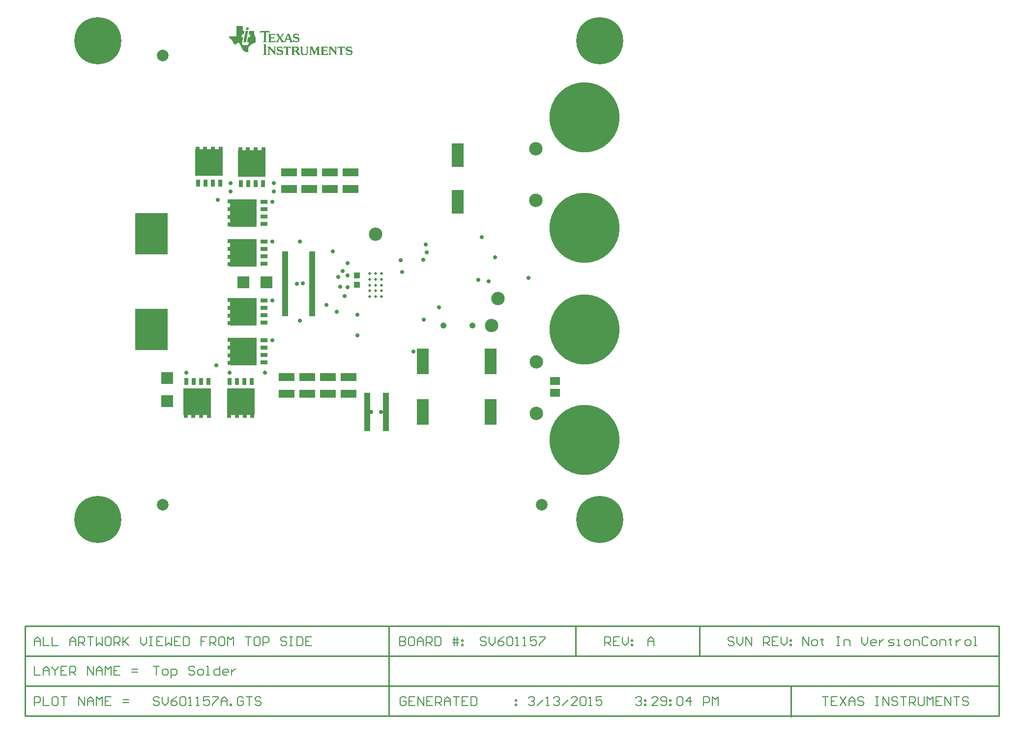
<source format=gts>
%FSAX25Y25*%
%MOIN*%
G70*
G01*
G75*
G04 Layer_Color=8388736*
%ADD10R,0.90000X0.25000*%
%ADD11R,0.07874X0.07874*%
%ADD12R,0.07480X0.17323*%
%ADD13R,0.02559X0.04724*%
%ADD14R,0.02756X0.01969*%
%ADD15R,0.18504X0.17716*%
%ADD16R,0.21654X0.27559*%
%ADD17C,0.03937*%
%ADD18R,0.07874X0.15748*%
%ADD19R,0.03937X0.44094*%
%ADD20R,0.03937X0.25984*%
%ADD21R,0.10630X0.05118*%
%ADD22R,0.06300X0.05000*%
%ADD23R,0.03740X0.03937*%
%ADD24R,0.04724X0.02559*%
%ADD25R,0.01969X0.02756*%
%ADD26R,0.17716X0.18504*%
%ADD27R,0.07874X0.07874*%
%ADD28P,0.07072X4X90.0*%
%ADD29C,0.02400*%
%ADD30C,0.01200*%
%ADD31C,0.01000*%
%ADD32C,0.00800*%
%ADD33C,0.31496*%
%ADD34C,0.08700*%
%ADD35C,0.47244*%
%ADD36C,0.01575*%
%ADD37C,0.02400*%
%ADD38C,0.03800*%
%ADD39C,0.00700*%
%ADD40R,0.03937X0.06299*%
%ADD41R,0.02362X0.02362*%
%ADD42R,0.12205X0.20394*%
%ADD43O,0.06693X0.01378*%
%ADD44R,0.03347X0.03150*%
%ADD45R,0.03000X0.03000*%
%ADD46R,0.03150X0.03347*%
%ADD47C,0.01600*%
%ADD48C,0.00799*%
%ADD49C,0.00500*%
%ADD50C,0.00787*%
%ADD51C,0.00709*%
%ADD52C,0.00669*%
%ADD53C,0.01400*%
%ADD54R,0.12400X0.02000*%
%ADD55R,0.01762X0.02224*%
%ADD56R,0.02224X0.01762*%
%ADD57R,0.02000X0.12400*%
%ADD58R,0.30000X0.10000*%
%ADD59R,0.05118X0.04854*%
%ADD60R,0.05118X0.04854*%
%ADD61R,0.04854X0.05118*%
%ADD62R,0.08268X0.08268*%
%ADD63R,0.07874X0.17716*%
%ADD64R,0.02953X0.05118*%
%ADD65R,0.03150X0.02362*%
%ADD66R,0.18898X0.18110*%
%ADD67R,0.22047X0.27953*%
%ADD68C,0.07874*%
%ADD69R,0.08268X0.16142*%
%ADD70R,0.04331X0.44488*%
%ADD71R,0.04331X0.26378*%
%ADD72R,0.11024X0.05512*%
%ADD73R,0.06694X0.05394*%
%ADD74R,0.04134X0.04331*%
%ADD75R,0.05118X0.02953*%
%ADD76R,0.02362X0.03150*%
%ADD77R,0.18110X0.18898*%
%ADD78R,0.08268X0.08268*%
%ADD79C,0.31890*%
%ADD80C,0.09094*%
%ADD81C,0.47638*%
%ADD82C,0.01969*%
%ADD83C,0.02794*%
%ADD84C,0.04194*%
G36*
X0210131Y0494329D02*
Y0494256D01*
Y0494183D01*
X0209986D01*
Y0494111D01*
X0209913D01*
Y0494038D01*
X0209840D01*
Y0493965D01*
X0209768D01*
Y0493893D01*
X0209695D01*
Y0493820D01*
Y0493747D01*
Y0493675D01*
Y0493602D01*
X0209622D01*
Y0493529D01*
Y0493456D01*
Y0493384D01*
Y0493311D01*
Y0493238D01*
Y0493166D01*
Y0493093D01*
Y0493020D01*
Y0492947D01*
Y0492875D01*
Y0492802D01*
Y0492729D01*
Y0492657D01*
Y0492584D01*
Y0492511D01*
Y0492439D01*
Y0492366D01*
Y0492293D01*
Y0492220D01*
Y0492148D01*
Y0492075D01*
Y0492002D01*
Y0491930D01*
Y0491857D01*
Y0491784D01*
Y0491712D01*
Y0491639D01*
Y0491566D01*
Y0491494D01*
Y0491421D01*
Y0491348D01*
Y0491275D01*
Y0491203D01*
Y0491130D01*
Y0491057D01*
Y0490985D01*
Y0490912D01*
Y0490839D01*
Y0490766D01*
Y0490694D01*
Y0490621D01*
Y0490548D01*
Y0490476D01*
Y0490403D01*
Y0490330D01*
Y0490258D01*
Y0490185D01*
Y0490112D01*
Y0490039D01*
Y0489967D01*
Y0489894D01*
Y0489821D01*
Y0489749D01*
Y0489676D01*
Y0489603D01*
Y0489531D01*
Y0489458D01*
Y0489385D01*
Y0489313D01*
Y0489240D01*
Y0489167D01*
Y0489094D01*
Y0489022D01*
Y0488949D01*
Y0488876D01*
Y0488804D01*
Y0488731D01*
Y0488658D01*
Y0488586D01*
X0209404D01*
Y0488658D01*
X0209331D01*
Y0488731D01*
Y0488804D01*
X0209259D01*
Y0488876D01*
X0209186D01*
Y0488949D01*
X0209113D01*
Y0489022D01*
X0209040D01*
Y0489094D01*
X0208968D01*
Y0489167D01*
X0208895D01*
Y0489240D01*
X0208822D01*
Y0489313D01*
Y0489385D01*
X0208750D01*
Y0489458D01*
X0208677D01*
Y0489531D01*
X0208604D01*
Y0489603D01*
X0208532D01*
Y0489676D01*
X0208459D01*
Y0489749D01*
X0208386D01*
Y0489821D01*
X0208313D01*
Y0489894D01*
Y0489967D01*
X0208241D01*
Y0490039D01*
X0208168D01*
Y0490112D01*
X0208095D01*
Y0490185D01*
X0208023D01*
Y0490258D01*
X0207950D01*
Y0490330D01*
X0207877D01*
Y0490403D01*
X0207805D01*
Y0490476D01*
Y0490548D01*
X0207732D01*
Y0490621D01*
X0207659D01*
Y0490694D01*
X0207587D01*
Y0490766D01*
X0207514D01*
Y0490839D01*
X0207441D01*
Y0490912D01*
X0207368D01*
Y0490985D01*
X0207296D01*
Y0491057D01*
Y0491130D01*
X0207223D01*
Y0491203D01*
X0207150D01*
Y0491275D01*
X0207078D01*
Y0491348D01*
X0207005D01*
Y0491421D01*
X0206932D01*
Y0491494D01*
X0206859D01*
Y0491566D01*
X0206787D01*
Y0491639D01*
Y0491712D01*
X0206714D01*
Y0491784D01*
X0206641D01*
Y0491857D01*
X0206569D01*
Y0491930D01*
X0206496D01*
Y0492002D01*
X0206423D01*
Y0492075D01*
X0206351D01*
Y0492148D01*
X0206278D01*
Y0492220D01*
Y0492293D01*
X0206205D01*
Y0492366D01*
X0206133D01*
Y0492439D01*
X0206060D01*
Y0492511D01*
X0205987D01*
Y0492584D01*
X0205914D01*
Y0492657D01*
X0205842D01*
Y0492729D01*
X0205769D01*
Y0492802D01*
X0205696D01*
Y0492875D01*
Y0492947D01*
X0205624D01*
Y0492875D01*
Y0492802D01*
Y0492729D01*
Y0492657D01*
Y0492584D01*
Y0492511D01*
Y0492439D01*
Y0492366D01*
Y0492293D01*
Y0492220D01*
Y0492148D01*
Y0492075D01*
Y0492002D01*
Y0491930D01*
Y0491857D01*
Y0491784D01*
Y0491712D01*
Y0491639D01*
Y0491566D01*
Y0491494D01*
Y0491421D01*
Y0491348D01*
Y0491275D01*
Y0491203D01*
Y0491130D01*
Y0491057D01*
Y0490985D01*
Y0490912D01*
Y0490839D01*
Y0490766D01*
Y0490694D01*
Y0490621D01*
Y0490548D01*
Y0490476D01*
Y0490403D01*
Y0490330D01*
Y0490258D01*
Y0490185D01*
Y0490112D01*
Y0490039D01*
Y0489967D01*
Y0489894D01*
Y0489821D01*
Y0489749D01*
Y0489676D01*
Y0489603D01*
Y0489531D01*
Y0489458D01*
Y0489385D01*
X0205696D01*
Y0489313D01*
Y0489240D01*
Y0489167D01*
X0205769D01*
Y0489094D01*
X0205842D01*
Y0489022D01*
X0205987D01*
Y0488949D01*
X0206133D01*
Y0488876D01*
X0206205D01*
Y0488804D01*
Y0488731D01*
Y0488658D01*
X0204315D01*
Y0488731D01*
Y0488804D01*
Y0488876D01*
X0204388D01*
Y0488949D01*
X0204606D01*
Y0489022D01*
X0204679D01*
Y0489094D01*
X0204751D01*
Y0489167D01*
Y0489240D01*
X0204824D01*
Y0489313D01*
Y0489385D01*
Y0489458D01*
Y0489531D01*
Y0489603D01*
Y0489676D01*
Y0489749D01*
Y0489821D01*
Y0489894D01*
Y0489967D01*
Y0490039D01*
Y0490112D01*
Y0490185D01*
Y0490258D01*
Y0490330D01*
Y0490403D01*
Y0490476D01*
Y0490548D01*
Y0490621D01*
Y0490694D01*
Y0490766D01*
Y0490839D01*
Y0490912D01*
Y0490985D01*
Y0491057D01*
Y0491130D01*
Y0491203D01*
Y0491275D01*
Y0491348D01*
Y0491421D01*
Y0491494D01*
Y0491566D01*
Y0491639D01*
Y0491712D01*
Y0491784D01*
Y0491857D01*
Y0491930D01*
Y0492002D01*
Y0492075D01*
Y0492148D01*
Y0492220D01*
Y0492293D01*
Y0492366D01*
Y0492439D01*
Y0492511D01*
Y0492584D01*
Y0492657D01*
Y0492729D01*
Y0492802D01*
Y0492875D01*
Y0492947D01*
Y0493020D01*
Y0493093D01*
Y0493166D01*
Y0493238D01*
Y0493311D01*
Y0493384D01*
Y0493456D01*
Y0493529D01*
Y0493602D01*
Y0493675D01*
Y0493747D01*
Y0493820D01*
X0204751D01*
Y0493893D01*
Y0493965D01*
X0204679D01*
Y0494038D01*
X0204606D01*
Y0494111D01*
X0204460D01*
Y0494183D01*
X0204315D01*
Y0494256D01*
Y0494329D01*
Y0494402D01*
X0206060D01*
Y0494329D01*
X0206133D01*
Y0494256D01*
Y0494183D01*
X0206205D01*
Y0494111D01*
X0206278D01*
Y0494038D01*
X0206351D01*
Y0493965D01*
X0206423D01*
Y0493893D01*
X0206496D01*
Y0493820D01*
X0206569D01*
Y0493747D01*
X0206641D01*
Y0493675D01*
Y0493602D01*
X0206714D01*
Y0493529D01*
X0206787D01*
Y0493456D01*
X0206859D01*
Y0493384D01*
X0206932D01*
Y0493311D01*
X0207005D01*
Y0493238D01*
X0207078D01*
Y0493166D01*
X0207150D01*
Y0493093D01*
X0207223D01*
Y0493020D01*
Y0492947D01*
X0207296D01*
Y0492875D01*
X0207368D01*
Y0492802D01*
X0207441D01*
Y0492729D01*
X0207514D01*
Y0492657D01*
X0207587D01*
Y0492584D01*
X0207659D01*
Y0492511D01*
X0207732D01*
Y0492439D01*
Y0492366D01*
X0207805D01*
Y0492293D01*
X0207877D01*
Y0492220D01*
X0207950D01*
Y0492148D01*
X0208023D01*
Y0492075D01*
X0208095D01*
Y0492002D01*
X0208168D01*
Y0491930D01*
X0208241D01*
Y0491857D01*
Y0491784D01*
X0208313D01*
Y0491712D01*
X0208386D01*
Y0491639D01*
X0208459D01*
Y0491566D01*
X0208532D01*
Y0491494D01*
X0208604D01*
Y0491421D01*
X0208677D01*
Y0491348D01*
X0208750D01*
Y0491275D01*
Y0491203D01*
X0208895D01*
Y0491275D01*
Y0491348D01*
Y0491421D01*
Y0491494D01*
Y0491566D01*
Y0491639D01*
Y0491712D01*
Y0491784D01*
Y0491857D01*
Y0491930D01*
Y0492002D01*
Y0492075D01*
Y0492148D01*
Y0492220D01*
Y0492293D01*
Y0492366D01*
Y0492439D01*
Y0492511D01*
Y0492584D01*
Y0492657D01*
Y0492729D01*
Y0492802D01*
Y0492875D01*
Y0492947D01*
Y0493020D01*
Y0493093D01*
Y0493166D01*
Y0493238D01*
Y0493311D01*
Y0493384D01*
Y0493456D01*
Y0493529D01*
Y0493602D01*
Y0493675D01*
Y0493747D01*
X0208822D01*
Y0493820D01*
Y0493893D01*
Y0493965D01*
X0208750D01*
Y0494038D01*
X0208677D01*
Y0494111D01*
X0208532D01*
Y0494183D01*
X0208386D01*
Y0494256D01*
Y0494329D01*
Y0494402D01*
X0210131D01*
Y0494329D01*
D02*
G37*
G36*
X0251570D02*
Y0494256D01*
Y0494183D01*
X0251425D01*
Y0494111D01*
X0251352D01*
Y0494038D01*
X0251279D01*
Y0493965D01*
X0251207D01*
Y0493893D01*
X0251134D01*
Y0493820D01*
Y0493747D01*
Y0493675D01*
Y0493602D01*
Y0493529D01*
X0251061D01*
Y0493456D01*
Y0493384D01*
Y0493311D01*
Y0493238D01*
Y0493166D01*
Y0493093D01*
Y0493020D01*
Y0492947D01*
Y0492875D01*
Y0492802D01*
Y0492729D01*
Y0492657D01*
Y0492584D01*
Y0492511D01*
Y0492439D01*
Y0492366D01*
Y0492293D01*
Y0492220D01*
Y0492148D01*
Y0492075D01*
Y0492002D01*
Y0491930D01*
Y0491857D01*
Y0491784D01*
Y0491712D01*
Y0491639D01*
Y0491566D01*
Y0491494D01*
Y0491421D01*
Y0491348D01*
Y0491275D01*
Y0491203D01*
Y0491130D01*
Y0491057D01*
Y0490985D01*
Y0490912D01*
Y0490839D01*
Y0490766D01*
Y0490694D01*
Y0490621D01*
Y0490548D01*
Y0490476D01*
Y0490403D01*
Y0490330D01*
Y0490258D01*
Y0490185D01*
Y0490112D01*
Y0490039D01*
Y0489967D01*
Y0489894D01*
Y0489821D01*
Y0489749D01*
Y0489676D01*
Y0489603D01*
Y0489531D01*
Y0489458D01*
Y0489385D01*
Y0489313D01*
Y0489240D01*
Y0489167D01*
Y0489094D01*
Y0489022D01*
Y0488949D01*
Y0488876D01*
Y0488804D01*
Y0488731D01*
Y0488658D01*
Y0488586D01*
X0250843D01*
Y0488658D01*
X0250770D01*
Y0488731D01*
Y0488804D01*
X0250698D01*
Y0488876D01*
X0250625D01*
Y0488949D01*
X0250552D01*
Y0489022D01*
X0250480D01*
Y0489094D01*
X0250407D01*
Y0489167D01*
X0250334D01*
Y0489240D01*
X0250261D01*
Y0489313D01*
Y0489385D01*
X0250189D01*
Y0489458D01*
X0250116D01*
Y0489531D01*
X0250043D01*
Y0489603D01*
X0249971D01*
Y0489676D01*
X0249898D01*
Y0489749D01*
X0249825D01*
Y0489821D01*
X0249753D01*
Y0489894D01*
Y0489967D01*
X0249680D01*
Y0490039D01*
X0249607D01*
Y0490112D01*
X0249535D01*
Y0490185D01*
X0249462D01*
Y0490258D01*
X0249389D01*
Y0490330D01*
X0249316D01*
Y0490403D01*
X0249244D01*
Y0490476D01*
Y0490548D01*
X0249171D01*
Y0490621D01*
X0249098D01*
Y0490694D01*
X0249026D01*
Y0490766D01*
X0248953D01*
Y0490839D01*
X0248880D01*
Y0490912D01*
X0248808D01*
Y0490985D01*
X0248735D01*
Y0491057D01*
Y0491130D01*
X0248662D01*
Y0491203D01*
X0248589D01*
Y0491275D01*
X0248517D01*
Y0491348D01*
X0248444D01*
Y0491421D01*
X0248371D01*
Y0491494D01*
X0248299D01*
Y0491566D01*
X0248226D01*
Y0491639D01*
Y0491712D01*
X0248153D01*
Y0491784D01*
X0248080D01*
Y0491857D01*
X0248008D01*
Y0491930D01*
X0247935D01*
Y0492002D01*
X0247862D01*
Y0492075D01*
X0247790D01*
Y0492148D01*
X0247717D01*
Y0492220D01*
Y0492293D01*
X0247644D01*
Y0492366D01*
X0247571D01*
Y0492439D01*
X0247499D01*
Y0492511D01*
X0247426D01*
Y0492584D01*
X0247354D01*
Y0492657D01*
X0247281D01*
Y0492729D01*
X0247208D01*
Y0492802D01*
Y0492875D01*
X0247135D01*
Y0492947D01*
X0247063D01*
Y0492875D01*
Y0492802D01*
Y0492729D01*
Y0492657D01*
Y0492584D01*
Y0492511D01*
Y0492439D01*
Y0492366D01*
Y0492293D01*
Y0492220D01*
Y0492148D01*
Y0492075D01*
Y0492002D01*
Y0491930D01*
Y0491857D01*
Y0491784D01*
Y0491712D01*
Y0491639D01*
Y0491566D01*
Y0491494D01*
Y0491421D01*
Y0491348D01*
Y0491275D01*
Y0491203D01*
Y0491130D01*
Y0491057D01*
Y0490985D01*
Y0490912D01*
Y0490839D01*
Y0490766D01*
Y0490694D01*
Y0490621D01*
Y0490548D01*
Y0490476D01*
Y0490403D01*
Y0490330D01*
Y0490258D01*
Y0490185D01*
Y0490112D01*
Y0490039D01*
Y0489967D01*
Y0489894D01*
Y0489821D01*
Y0489749D01*
Y0489676D01*
Y0489603D01*
Y0489531D01*
Y0489458D01*
Y0489385D01*
X0247135D01*
Y0489313D01*
Y0489240D01*
Y0489167D01*
X0247208D01*
Y0489094D01*
X0247281D01*
Y0489022D01*
X0247426D01*
Y0488949D01*
X0247571D01*
Y0488876D01*
X0247644D01*
Y0488804D01*
Y0488731D01*
Y0488658D01*
X0245754D01*
Y0488731D01*
Y0488804D01*
Y0488876D01*
X0245827D01*
Y0488949D01*
X0246045D01*
Y0489022D01*
X0246117D01*
Y0489094D01*
X0246190D01*
Y0489167D01*
Y0489240D01*
X0246263D01*
Y0489313D01*
Y0489385D01*
Y0489458D01*
Y0489531D01*
Y0489603D01*
X0246336D01*
Y0489676D01*
Y0489749D01*
Y0489821D01*
Y0489894D01*
Y0489967D01*
Y0490039D01*
Y0490112D01*
Y0490185D01*
Y0490258D01*
Y0490330D01*
Y0490403D01*
Y0490476D01*
Y0490548D01*
Y0490621D01*
Y0490694D01*
Y0490766D01*
Y0490839D01*
Y0490912D01*
Y0490985D01*
Y0491057D01*
Y0491130D01*
Y0491203D01*
Y0491275D01*
Y0491348D01*
Y0491421D01*
Y0491494D01*
Y0491566D01*
Y0491639D01*
Y0491712D01*
Y0491784D01*
Y0491857D01*
Y0491930D01*
Y0492002D01*
Y0492075D01*
Y0492148D01*
Y0492220D01*
Y0492293D01*
Y0492366D01*
Y0492439D01*
Y0492511D01*
Y0492584D01*
Y0492657D01*
Y0492729D01*
Y0492802D01*
Y0492875D01*
Y0492947D01*
Y0493020D01*
Y0493093D01*
Y0493166D01*
Y0493238D01*
Y0493311D01*
Y0493384D01*
Y0493456D01*
Y0493529D01*
X0246263D01*
Y0493602D01*
Y0493675D01*
Y0493747D01*
Y0493820D01*
X0246190D01*
Y0493893D01*
Y0493965D01*
X0246117D01*
Y0494038D01*
X0246045D01*
Y0494111D01*
X0245899D01*
Y0494183D01*
X0245754D01*
Y0494256D01*
Y0494329D01*
Y0494402D01*
X0247499D01*
Y0494329D01*
X0247571D01*
Y0494256D01*
X0247644D01*
Y0494183D01*
Y0494111D01*
X0247717D01*
Y0494038D01*
X0247790D01*
Y0493965D01*
X0247862D01*
Y0493893D01*
X0247935D01*
Y0493820D01*
X0248008D01*
Y0493747D01*
X0248080D01*
Y0493675D01*
X0248153D01*
Y0493602D01*
Y0493529D01*
X0248226D01*
Y0493456D01*
X0248299D01*
Y0493384D01*
X0248371D01*
Y0493311D01*
X0248444D01*
Y0493238D01*
X0248517D01*
Y0493166D01*
X0248589D01*
Y0493093D01*
X0248662D01*
Y0493020D01*
Y0492947D01*
X0248735D01*
Y0492875D01*
X0248808D01*
Y0492802D01*
X0248880D01*
Y0492729D01*
X0248953D01*
Y0492657D01*
X0249026D01*
Y0492584D01*
X0249098D01*
Y0492511D01*
X0249171D01*
Y0492439D01*
Y0492366D01*
X0249244D01*
Y0492293D01*
X0249316D01*
Y0492220D01*
X0249389D01*
Y0492148D01*
X0249462D01*
Y0492075D01*
X0249535D01*
Y0492002D01*
X0249607D01*
Y0491930D01*
X0249680D01*
Y0491857D01*
Y0491784D01*
X0249753D01*
Y0491712D01*
X0249825D01*
Y0491639D01*
X0249898D01*
Y0491566D01*
X0249971D01*
Y0491494D01*
X0250043D01*
Y0491421D01*
X0250116D01*
Y0491348D01*
X0250189D01*
Y0491275D01*
Y0491203D01*
X0250261D01*
Y0491130D01*
X0250334D01*
Y0491203D01*
Y0491275D01*
Y0491348D01*
Y0491421D01*
Y0491494D01*
Y0491566D01*
Y0491639D01*
Y0491712D01*
Y0491784D01*
Y0491857D01*
Y0491930D01*
Y0492002D01*
Y0492075D01*
Y0492148D01*
Y0492220D01*
Y0492293D01*
Y0492366D01*
Y0492439D01*
Y0492511D01*
Y0492584D01*
Y0492657D01*
Y0492729D01*
Y0492802D01*
Y0492875D01*
Y0492947D01*
Y0493020D01*
Y0493093D01*
Y0493166D01*
Y0493238D01*
Y0493311D01*
Y0493384D01*
Y0493456D01*
Y0493529D01*
Y0493602D01*
Y0493675D01*
Y0493747D01*
Y0493820D01*
X0250261D01*
Y0493893D01*
Y0493965D01*
X0250189D01*
Y0494038D01*
X0250116D01*
Y0494111D01*
X0249971D01*
Y0494183D01*
X0249825D01*
Y0494256D01*
Y0494329D01*
Y0494402D01*
X0251570D01*
Y0494329D01*
D02*
G37*
G36*
X0220018D02*
Y0494256D01*
Y0494183D01*
X0220091D01*
Y0494111D01*
Y0494038D01*
Y0493965D01*
Y0493893D01*
X0220164D01*
Y0493820D01*
Y0493747D01*
Y0493675D01*
X0220236D01*
Y0493602D01*
Y0493529D01*
Y0493456D01*
X0220309D01*
Y0493384D01*
Y0493311D01*
Y0493238D01*
X0220382D01*
Y0493166D01*
Y0493093D01*
Y0493020D01*
Y0492947D01*
Y0492875D01*
X0220236D01*
Y0492947D01*
X0220164D01*
Y0493020D01*
X0220091D01*
Y0493093D01*
X0220018D01*
Y0493166D01*
X0219946D01*
Y0493238D01*
X0219873D01*
Y0493311D01*
X0219800D01*
Y0493384D01*
X0219727D01*
Y0493456D01*
X0219655D01*
Y0493529D01*
X0219582D01*
Y0493602D01*
X0219364D01*
Y0493675D01*
X0219073D01*
Y0493747D01*
X0218419D01*
Y0493675D01*
X0218346D01*
Y0493602D01*
X0218273D01*
Y0493529D01*
Y0493456D01*
Y0493384D01*
Y0493311D01*
Y0493238D01*
Y0493166D01*
Y0493093D01*
Y0493020D01*
Y0492947D01*
Y0492875D01*
Y0492802D01*
Y0492729D01*
Y0492657D01*
Y0492584D01*
Y0492511D01*
Y0492439D01*
Y0492366D01*
Y0492293D01*
Y0492220D01*
Y0492148D01*
Y0492075D01*
Y0492002D01*
Y0491930D01*
Y0491857D01*
Y0491784D01*
Y0491712D01*
Y0491639D01*
Y0491566D01*
Y0491494D01*
Y0491421D01*
Y0491348D01*
Y0491275D01*
Y0491203D01*
Y0491130D01*
Y0491057D01*
Y0490985D01*
Y0490912D01*
Y0490839D01*
Y0490766D01*
Y0490694D01*
Y0490621D01*
Y0490548D01*
Y0490476D01*
Y0490403D01*
Y0490330D01*
Y0490258D01*
Y0490185D01*
Y0490112D01*
Y0490039D01*
Y0489967D01*
Y0489894D01*
Y0489821D01*
Y0489749D01*
Y0489676D01*
Y0489603D01*
Y0489531D01*
Y0489458D01*
Y0489385D01*
Y0489313D01*
X0218346D01*
Y0489240D01*
Y0489167D01*
Y0489094D01*
X0218419D01*
Y0489022D01*
X0218564D01*
Y0488949D01*
X0218782D01*
Y0488876D01*
X0218928D01*
Y0488804D01*
Y0488731D01*
Y0488658D01*
X0216456D01*
Y0488731D01*
Y0488804D01*
Y0488876D01*
X0216529D01*
Y0488949D01*
X0216747D01*
Y0489022D01*
X0216892D01*
Y0489094D01*
X0216965D01*
Y0489167D01*
Y0489240D01*
X0217038D01*
Y0489313D01*
Y0489385D01*
Y0489458D01*
Y0489531D01*
Y0489603D01*
Y0489676D01*
Y0489749D01*
Y0489821D01*
Y0489894D01*
Y0489967D01*
Y0490039D01*
Y0490112D01*
Y0490185D01*
Y0490258D01*
Y0490330D01*
Y0490403D01*
Y0490476D01*
Y0490548D01*
Y0490621D01*
Y0490694D01*
Y0490766D01*
Y0490839D01*
Y0490912D01*
Y0490985D01*
Y0491057D01*
Y0491130D01*
Y0491203D01*
Y0491275D01*
Y0491348D01*
Y0491421D01*
Y0491494D01*
Y0491566D01*
Y0491639D01*
Y0491712D01*
Y0491784D01*
Y0491857D01*
Y0491930D01*
Y0492002D01*
Y0492075D01*
Y0492148D01*
Y0492220D01*
Y0492293D01*
Y0492366D01*
Y0492439D01*
Y0492511D01*
Y0492584D01*
Y0492657D01*
Y0492729D01*
Y0492802D01*
Y0492875D01*
Y0492947D01*
Y0493020D01*
Y0493093D01*
Y0493166D01*
Y0493238D01*
Y0493311D01*
Y0493384D01*
Y0493456D01*
Y0493529D01*
Y0493602D01*
Y0493675D01*
X0216892D01*
Y0493747D01*
X0216238D01*
Y0493675D01*
X0215947D01*
Y0493602D01*
X0215802D01*
Y0493529D01*
X0215729D01*
Y0493456D01*
X0215584D01*
Y0493384D01*
X0215511D01*
Y0493311D01*
X0215438D01*
Y0493238D01*
Y0493166D01*
X0215366D01*
Y0493093D01*
X0215293D01*
Y0493020D01*
X0215220D01*
Y0492947D01*
X0215147D01*
Y0492875D01*
X0215002D01*
Y0492947D01*
X0214929D01*
Y0493020D01*
X0215002D01*
Y0493093D01*
Y0493166D01*
Y0493238D01*
X0215075D01*
Y0493311D01*
Y0493384D01*
Y0493456D01*
X0215147D01*
Y0493529D01*
Y0493602D01*
Y0493675D01*
X0215220D01*
Y0493747D01*
Y0493820D01*
Y0493893D01*
Y0493965D01*
X0215293D01*
Y0494038D01*
Y0494111D01*
Y0494183D01*
X0215366D01*
Y0494256D01*
Y0494329D01*
Y0494402D01*
X0220018D01*
Y0494329D01*
D02*
G37*
G36*
X0213184Y0494402D02*
X0213403D01*
Y0494329D01*
X0213548D01*
Y0494256D01*
X0213693D01*
Y0494183D01*
X0213912D01*
Y0494256D01*
X0213984D01*
Y0494329D01*
Y0494402D01*
X0214275D01*
Y0494329D01*
Y0494256D01*
X0214348D01*
Y0494183D01*
Y0494111D01*
Y0494038D01*
X0214420D01*
Y0493965D01*
Y0493893D01*
Y0493820D01*
X0214493D01*
Y0493747D01*
Y0493675D01*
Y0493602D01*
Y0493529D01*
X0214566D01*
Y0493456D01*
Y0493384D01*
Y0493311D01*
X0214638D01*
Y0493238D01*
Y0493166D01*
Y0493093D01*
Y0493020D01*
X0214711D01*
Y0492947D01*
X0214638D01*
Y0492875D01*
X0214493D01*
Y0492947D01*
X0214420D01*
Y0493020D01*
X0214348D01*
Y0493093D01*
X0214202D01*
Y0493166D01*
X0214130D01*
Y0493238D01*
X0214057D01*
Y0493311D01*
X0213984D01*
Y0493384D01*
X0213839D01*
Y0493456D01*
X0213693D01*
Y0493529D01*
X0213548D01*
Y0493602D01*
X0213330D01*
Y0493675D01*
X0213112D01*
Y0493747D01*
X0212167D01*
Y0493675D01*
X0211948D01*
Y0493602D01*
X0211803D01*
Y0493529D01*
X0211731D01*
Y0493456D01*
X0211658D01*
Y0493384D01*
X0211585D01*
Y0493311D01*
Y0493238D01*
Y0493166D01*
X0211512D01*
Y0493093D01*
Y0493020D01*
Y0492947D01*
X0211585D01*
Y0492875D01*
Y0492802D01*
Y0492729D01*
X0211658D01*
Y0492657D01*
X0211731D01*
Y0492584D01*
X0211876D01*
Y0492511D01*
X0212021D01*
Y0492439D01*
X0212312D01*
Y0492366D01*
X0212603D01*
Y0492293D01*
X0212966D01*
Y0492220D01*
X0213257D01*
Y0492148D01*
X0213548D01*
Y0492075D01*
X0213839D01*
Y0492002D01*
X0214057D01*
Y0491930D01*
X0214202D01*
Y0491857D01*
X0214348D01*
Y0491784D01*
X0214420D01*
Y0491712D01*
X0214566D01*
Y0491639D01*
X0214638D01*
Y0491566D01*
X0214711D01*
Y0491494D01*
X0214784D01*
Y0491421D01*
X0214857D01*
Y0491348D01*
Y0491275D01*
X0214929D01*
Y0491203D01*
Y0491130D01*
X0215002D01*
Y0491057D01*
Y0490985D01*
Y0490912D01*
X0215075D01*
Y0490839D01*
Y0490766D01*
Y0490694D01*
Y0490621D01*
Y0490548D01*
Y0490476D01*
Y0490403D01*
Y0490330D01*
Y0490258D01*
Y0490185D01*
Y0490112D01*
Y0490039D01*
Y0489967D01*
X0215002D01*
Y0489894D01*
Y0489821D01*
Y0489749D01*
X0214929D01*
Y0489676D01*
Y0489603D01*
X0214857D01*
Y0489531D01*
Y0489458D01*
X0214784D01*
Y0489385D01*
X0214711D01*
Y0489313D01*
Y0489240D01*
X0214638D01*
Y0489167D01*
X0214566D01*
Y0489094D01*
X0214420D01*
Y0489022D01*
X0214348D01*
Y0488949D01*
X0214202D01*
Y0488876D01*
X0214057D01*
Y0488804D01*
X0213912D01*
Y0488731D01*
X0213693D01*
Y0488658D01*
X0213330D01*
Y0488586D01*
X0212312D01*
Y0488658D01*
X0211948D01*
Y0488731D01*
X0211731D01*
Y0488804D01*
X0211512D01*
Y0488876D01*
X0211367D01*
Y0488949D01*
X0211222D01*
Y0488876D01*
X0211149D01*
Y0488804D01*
Y0488731D01*
X0211076D01*
Y0488658D01*
X0210785D01*
Y0488731D01*
Y0488804D01*
Y0488876D01*
X0210713D01*
Y0488949D01*
Y0489022D01*
Y0489094D01*
Y0489167D01*
X0210640D01*
Y0489240D01*
Y0489313D01*
Y0489385D01*
Y0489458D01*
X0210567D01*
Y0489531D01*
Y0489603D01*
Y0489676D01*
X0210494D01*
Y0489749D01*
Y0489821D01*
Y0489894D01*
Y0489967D01*
X0210422D01*
Y0490039D01*
Y0490112D01*
Y0490185D01*
Y0490258D01*
X0210349D01*
Y0490330D01*
Y0490403D01*
X0210422D01*
Y0490476D01*
X0210567D01*
Y0490403D01*
X0210640D01*
Y0490330D01*
X0210713D01*
Y0490258D01*
X0210785D01*
Y0490185D01*
X0210858D01*
Y0490112D01*
X0210931D01*
Y0490039D01*
X0211003D01*
Y0489967D01*
X0211076D01*
Y0489894D01*
X0211149D01*
Y0489821D01*
X0211294D01*
Y0489749D01*
X0211367D01*
Y0489676D01*
X0211512D01*
Y0489603D01*
X0211658D01*
Y0489531D01*
X0211803D01*
Y0489458D01*
X0212021D01*
Y0489385D01*
X0212385D01*
Y0489313D01*
X0213112D01*
Y0489385D01*
X0213403D01*
Y0489458D01*
X0213548D01*
Y0489531D01*
X0213693D01*
Y0489603D01*
X0213766D01*
Y0489676D01*
X0213839D01*
Y0489749D01*
Y0489821D01*
X0213912D01*
Y0489894D01*
Y0489967D01*
Y0490039D01*
X0213984D01*
Y0490112D01*
Y0490185D01*
Y0490258D01*
Y0490330D01*
X0213912D01*
Y0490403D01*
Y0490476D01*
Y0490548D01*
X0213839D01*
Y0490621D01*
X0213766D01*
Y0490694D01*
X0213693D01*
Y0490766D01*
X0213548D01*
Y0490839D01*
X0213403D01*
Y0490912D01*
X0213184D01*
Y0490985D01*
X0212821D01*
Y0491057D01*
X0212530D01*
Y0491130D01*
X0212239D01*
Y0491203D01*
X0211876D01*
Y0491275D01*
X0211658D01*
Y0491348D01*
X0211440D01*
Y0491421D01*
X0211294D01*
Y0491494D01*
X0211222D01*
Y0491566D01*
X0211076D01*
Y0491639D01*
X0211003D01*
Y0491712D01*
X0210931D01*
Y0491784D01*
X0210858D01*
Y0491857D01*
X0210785D01*
Y0491930D01*
X0210713D01*
Y0492002D01*
Y0492075D01*
X0210640D01*
Y0492148D01*
Y0492220D01*
X0210567D01*
Y0492293D01*
Y0492366D01*
Y0492439D01*
X0210494D01*
Y0492511D01*
Y0492584D01*
Y0492657D01*
Y0492729D01*
Y0492802D01*
Y0492875D01*
Y0492947D01*
Y0493020D01*
Y0493093D01*
Y0493166D01*
X0210567D01*
Y0493238D01*
Y0493311D01*
Y0493384D01*
Y0493456D01*
X0210640D01*
Y0493529D01*
Y0493602D01*
X0210713D01*
Y0493675D01*
X0210785D01*
Y0493747D01*
Y0493820D01*
X0210858D01*
Y0493893D01*
X0210931D01*
Y0493965D01*
X0211003D01*
Y0494038D01*
X0211076D01*
Y0494111D01*
X0211222D01*
Y0494183D01*
X0211294D01*
Y0494256D01*
X0211440D01*
Y0494329D01*
X0211658D01*
Y0494402D01*
X0211876D01*
Y0494474D01*
X0213184D01*
Y0494402D01*
D02*
G37*
G36*
X0239938Y0494329D02*
Y0494256D01*
Y0494183D01*
X0239793D01*
Y0494111D01*
X0239647D01*
Y0494038D01*
X0239575D01*
Y0493965D01*
X0239502D01*
Y0493893D01*
X0239429D01*
Y0493820D01*
Y0493747D01*
Y0493675D01*
Y0493602D01*
Y0493529D01*
Y0493456D01*
Y0493384D01*
Y0493311D01*
Y0493238D01*
Y0493166D01*
Y0493093D01*
Y0493020D01*
Y0492947D01*
Y0492875D01*
Y0492802D01*
Y0492729D01*
Y0492657D01*
Y0492584D01*
Y0492511D01*
Y0492439D01*
Y0492366D01*
Y0492293D01*
Y0492220D01*
Y0492148D01*
Y0492075D01*
Y0492002D01*
Y0491930D01*
Y0491857D01*
Y0491784D01*
Y0491712D01*
Y0491639D01*
Y0491566D01*
Y0491494D01*
Y0491421D01*
Y0491348D01*
Y0491275D01*
Y0491203D01*
Y0491130D01*
Y0491057D01*
Y0490985D01*
Y0490912D01*
Y0490839D01*
Y0490766D01*
Y0490694D01*
Y0490621D01*
Y0490548D01*
Y0490476D01*
Y0490403D01*
Y0490330D01*
Y0490258D01*
Y0490185D01*
Y0490112D01*
Y0490039D01*
Y0489967D01*
Y0489894D01*
Y0489821D01*
Y0489749D01*
Y0489676D01*
Y0489603D01*
Y0489531D01*
Y0489458D01*
Y0489385D01*
Y0489313D01*
Y0489240D01*
X0239502D01*
Y0489167D01*
Y0489094D01*
X0239575D01*
Y0489022D01*
X0239647D01*
Y0488949D01*
X0239865D01*
Y0488876D01*
X0239938D01*
Y0488804D01*
Y0488731D01*
Y0488658D01*
X0237612D01*
Y0488731D01*
Y0488804D01*
Y0488876D01*
X0237684D01*
Y0488949D01*
X0237830D01*
Y0489022D01*
X0237975D01*
Y0489094D01*
X0238048D01*
Y0489167D01*
Y0489240D01*
X0238121D01*
Y0489313D01*
Y0489385D01*
Y0489458D01*
Y0489531D01*
Y0489603D01*
Y0489676D01*
Y0489749D01*
Y0489821D01*
Y0489894D01*
Y0489967D01*
Y0490039D01*
Y0490112D01*
Y0490185D01*
Y0490258D01*
Y0490330D01*
Y0490403D01*
Y0490476D01*
Y0490548D01*
Y0490621D01*
Y0490694D01*
Y0490766D01*
Y0490839D01*
Y0490912D01*
Y0490985D01*
Y0491057D01*
Y0491130D01*
Y0491203D01*
Y0491275D01*
Y0491348D01*
Y0491421D01*
Y0491494D01*
Y0491566D01*
Y0491639D01*
Y0491712D01*
Y0491784D01*
Y0491857D01*
Y0491930D01*
Y0492002D01*
Y0492075D01*
Y0492148D01*
Y0492220D01*
Y0492293D01*
Y0492366D01*
Y0492439D01*
Y0492511D01*
Y0492584D01*
Y0492657D01*
Y0492729D01*
Y0492802D01*
Y0492875D01*
Y0492947D01*
Y0493020D01*
Y0493093D01*
X0238048D01*
Y0493020D01*
Y0492947D01*
Y0492875D01*
X0237975D01*
Y0492802D01*
Y0492729D01*
X0237902D01*
Y0492657D01*
Y0492584D01*
X0237830D01*
Y0492511D01*
Y0492439D01*
Y0492366D01*
X0237757D01*
Y0492293D01*
Y0492220D01*
X0237684D01*
Y0492148D01*
Y0492075D01*
X0237612D01*
Y0492002D01*
Y0491930D01*
Y0491857D01*
X0237539D01*
Y0491784D01*
Y0491712D01*
X0237466D01*
Y0491639D01*
Y0491566D01*
X0237394D01*
Y0491494D01*
Y0491421D01*
X0237321D01*
Y0491348D01*
Y0491275D01*
Y0491203D01*
X0237248D01*
Y0491130D01*
Y0491057D01*
X0237175D01*
Y0490985D01*
Y0490912D01*
X0237103D01*
Y0490839D01*
Y0490766D01*
Y0490694D01*
X0237030D01*
Y0490621D01*
Y0490548D01*
X0236957D01*
Y0490476D01*
Y0490403D01*
X0236885D01*
Y0490330D01*
Y0490258D01*
Y0490185D01*
X0236812D01*
Y0490112D01*
Y0490039D01*
X0236739D01*
Y0489967D01*
Y0489894D01*
X0236667D01*
Y0489821D01*
Y0489749D01*
X0236594D01*
Y0489676D01*
Y0489603D01*
Y0489531D01*
X0236521D01*
Y0489458D01*
Y0489385D01*
X0236449D01*
Y0489313D01*
Y0489240D01*
X0236376D01*
Y0489167D01*
Y0489094D01*
Y0489022D01*
X0236303D01*
Y0488949D01*
Y0488876D01*
X0236230D01*
Y0488804D01*
Y0488731D01*
X0236158D01*
Y0488658D01*
Y0488586D01*
X0235940D01*
Y0488658D01*
Y0488731D01*
X0235867D01*
Y0488804D01*
Y0488876D01*
X0235794D01*
Y0488949D01*
Y0489022D01*
Y0489094D01*
X0235721D01*
Y0489167D01*
Y0489240D01*
X0235649D01*
Y0489313D01*
Y0489385D01*
X0235576D01*
Y0489458D01*
Y0489531D01*
X0235503D01*
Y0489603D01*
Y0489676D01*
Y0489749D01*
X0235431D01*
Y0489821D01*
Y0489894D01*
X0235358D01*
Y0489967D01*
Y0490039D01*
X0235285D01*
Y0490112D01*
Y0490185D01*
X0235213D01*
Y0490258D01*
Y0490330D01*
Y0490403D01*
X0235140D01*
Y0490476D01*
Y0490548D01*
X0235067D01*
Y0490621D01*
Y0490694D01*
X0234995D01*
Y0490766D01*
Y0490839D01*
X0234922D01*
Y0490912D01*
Y0490985D01*
Y0491057D01*
X0234849D01*
Y0491130D01*
Y0491203D01*
X0234776D01*
Y0491275D01*
Y0491348D01*
X0234704D01*
Y0491421D01*
Y0491494D01*
X0234631D01*
Y0491566D01*
Y0491639D01*
Y0491712D01*
X0234558D01*
Y0491784D01*
Y0491857D01*
X0234486D01*
Y0491930D01*
Y0492002D01*
X0234413D01*
Y0492075D01*
Y0492148D01*
X0234340D01*
Y0492220D01*
Y0492293D01*
X0234267D01*
Y0492366D01*
Y0492439D01*
Y0492511D01*
X0234195D01*
Y0492584D01*
Y0492657D01*
X0234122D01*
Y0492729D01*
Y0492802D01*
X0234049D01*
Y0492875D01*
Y0492947D01*
X0233977D01*
Y0493020D01*
Y0493093D01*
X0233904D01*
Y0493020D01*
Y0492947D01*
Y0492875D01*
Y0492802D01*
Y0492729D01*
Y0492657D01*
Y0492584D01*
Y0492511D01*
Y0492439D01*
Y0492366D01*
Y0492293D01*
Y0492220D01*
Y0492148D01*
Y0492075D01*
Y0492002D01*
Y0491930D01*
Y0491857D01*
Y0491784D01*
Y0491712D01*
Y0491639D01*
Y0491566D01*
Y0491494D01*
Y0491421D01*
Y0491348D01*
Y0491275D01*
Y0491203D01*
Y0491130D01*
Y0491057D01*
Y0490985D01*
Y0490912D01*
Y0490839D01*
Y0490766D01*
Y0490694D01*
Y0490621D01*
Y0490548D01*
Y0490476D01*
Y0490403D01*
Y0490330D01*
Y0490258D01*
Y0490185D01*
Y0490112D01*
Y0490039D01*
Y0489967D01*
Y0489894D01*
Y0489821D01*
Y0489749D01*
Y0489676D01*
Y0489603D01*
Y0489531D01*
Y0489458D01*
Y0489385D01*
X0233977D01*
Y0489313D01*
Y0489240D01*
Y0489167D01*
X0234049D01*
Y0489094D01*
X0234122D01*
Y0489022D01*
X0234195D01*
Y0488949D01*
X0234413D01*
Y0488876D01*
X0234486D01*
Y0488804D01*
Y0488731D01*
Y0488658D01*
X0232668D01*
Y0488731D01*
Y0488804D01*
Y0488876D01*
Y0488949D01*
X0232886D01*
Y0489022D01*
X0232959D01*
Y0489094D01*
X0233032D01*
Y0489167D01*
X0233104D01*
Y0489240D01*
Y0489313D01*
X0233177D01*
Y0489385D01*
Y0489458D01*
Y0489531D01*
Y0489603D01*
Y0489676D01*
Y0489749D01*
Y0489821D01*
Y0489894D01*
Y0489967D01*
Y0490039D01*
Y0490112D01*
Y0490185D01*
Y0490258D01*
Y0490330D01*
Y0490403D01*
Y0490476D01*
Y0490548D01*
Y0490621D01*
Y0490694D01*
Y0490766D01*
Y0490839D01*
Y0490912D01*
Y0490985D01*
Y0491057D01*
Y0491130D01*
Y0491203D01*
Y0491275D01*
Y0491348D01*
Y0491421D01*
Y0491494D01*
Y0491566D01*
Y0491639D01*
Y0491712D01*
Y0491784D01*
Y0491857D01*
Y0491930D01*
Y0492002D01*
Y0492075D01*
Y0492148D01*
Y0492220D01*
Y0492293D01*
Y0492366D01*
Y0492439D01*
Y0492511D01*
Y0492584D01*
Y0492657D01*
Y0492729D01*
Y0492802D01*
Y0492875D01*
Y0492947D01*
Y0493020D01*
Y0493093D01*
Y0493166D01*
Y0493238D01*
Y0493311D01*
Y0493384D01*
Y0493456D01*
Y0493529D01*
Y0493602D01*
Y0493675D01*
Y0493747D01*
Y0493820D01*
Y0493893D01*
X0233104D01*
Y0493965D01*
X0233032D01*
Y0494038D01*
X0232959D01*
Y0494111D01*
X0232814D01*
Y0494183D01*
X0232668D01*
Y0494256D01*
Y0494329D01*
Y0494402D01*
X0234704D01*
Y0494329D01*
X0234776D01*
Y0494256D01*
Y0494183D01*
X0234849D01*
Y0494111D01*
Y0494038D01*
X0234922D01*
Y0493965D01*
Y0493893D01*
Y0493820D01*
X0234995D01*
Y0493747D01*
Y0493675D01*
X0235067D01*
Y0493602D01*
Y0493529D01*
X0235140D01*
Y0493456D01*
Y0493384D01*
X0235213D01*
Y0493311D01*
Y0493238D01*
Y0493166D01*
X0235285D01*
Y0493093D01*
Y0493020D01*
X0235358D01*
Y0492947D01*
Y0492875D01*
X0235431D01*
Y0492802D01*
Y0492729D01*
X0235503D01*
Y0492657D01*
Y0492584D01*
Y0492511D01*
X0235576D01*
Y0492439D01*
Y0492366D01*
X0235649D01*
Y0492293D01*
Y0492220D01*
X0235721D01*
Y0492148D01*
Y0492075D01*
X0235794D01*
Y0492002D01*
Y0491930D01*
Y0491857D01*
X0235867D01*
Y0491784D01*
Y0491712D01*
X0235940D01*
Y0491639D01*
Y0491566D01*
X0236012D01*
Y0491494D01*
Y0491421D01*
X0236085D01*
Y0491348D01*
Y0491275D01*
Y0491203D01*
X0236158D01*
Y0491130D01*
Y0491057D01*
X0236230D01*
Y0490985D01*
Y0490912D01*
X0236303D01*
Y0490839D01*
Y0490766D01*
X0236376D01*
Y0490839D01*
X0236449D01*
Y0490912D01*
Y0490985D01*
Y0491057D01*
X0236521D01*
Y0491130D01*
Y0491203D01*
X0236594D01*
Y0491275D01*
Y0491348D01*
X0236667D01*
Y0491421D01*
Y0491494D01*
Y0491566D01*
X0236739D01*
Y0491639D01*
Y0491712D01*
X0236812D01*
Y0491784D01*
Y0491857D01*
X0236885D01*
Y0491930D01*
Y0492002D01*
Y0492075D01*
X0236957D01*
Y0492148D01*
Y0492220D01*
X0237030D01*
Y0492293D01*
Y0492366D01*
X0237103D01*
Y0492439D01*
Y0492511D01*
Y0492584D01*
X0237175D01*
Y0492657D01*
Y0492729D01*
X0237248D01*
Y0492802D01*
Y0492875D01*
X0237321D01*
Y0492947D01*
Y0493020D01*
Y0493093D01*
X0237394D01*
Y0493166D01*
Y0493238D01*
X0237466D01*
Y0493311D01*
Y0493384D01*
X0237539D01*
Y0493456D01*
Y0493529D01*
Y0493602D01*
X0237612D01*
Y0493675D01*
Y0493747D01*
X0237684D01*
Y0493820D01*
Y0493893D01*
X0237757D01*
Y0493965D01*
Y0494038D01*
Y0494111D01*
X0237830D01*
Y0494183D01*
Y0494256D01*
X0237902D01*
Y0494329D01*
Y0494402D01*
X0239938D01*
Y0494329D01*
D02*
G37*
G36*
X0203879Y0496074D02*
Y0496001D01*
X0203806D01*
Y0495928D01*
X0203588D01*
Y0495856D01*
X0203443D01*
Y0495783D01*
X0203370D01*
Y0495710D01*
X0203297D01*
Y0495637D01*
Y0495565D01*
Y0495492D01*
X0203224D01*
Y0495419D01*
Y0495347D01*
Y0495274D01*
Y0495201D01*
Y0495128D01*
Y0495056D01*
Y0494983D01*
Y0494910D01*
Y0494838D01*
Y0494765D01*
Y0494692D01*
Y0494620D01*
Y0494547D01*
Y0494474D01*
Y0494402D01*
Y0494329D01*
Y0494256D01*
Y0494183D01*
Y0494111D01*
Y0494038D01*
Y0493965D01*
Y0493893D01*
Y0493820D01*
Y0493747D01*
Y0493675D01*
Y0493602D01*
Y0493529D01*
Y0493456D01*
Y0493384D01*
Y0493311D01*
Y0493238D01*
Y0493166D01*
Y0493093D01*
Y0493020D01*
Y0492947D01*
Y0492875D01*
Y0492802D01*
Y0492729D01*
Y0492657D01*
Y0492584D01*
Y0492511D01*
Y0492439D01*
Y0492366D01*
Y0492293D01*
Y0492220D01*
Y0492148D01*
Y0492075D01*
Y0492002D01*
Y0491930D01*
Y0491857D01*
Y0491784D01*
Y0491712D01*
Y0491639D01*
Y0491566D01*
Y0491494D01*
Y0491421D01*
Y0491348D01*
Y0491275D01*
Y0491203D01*
Y0491130D01*
Y0491057D01*
Y0490985D01*
Y0490912D01*
Y0490839D01*
Y0490766D01*
Y0490694D01*
Y0490621D01*
Y0490548D01*
Y0490476D01*
Y0490403D01*
Y0490330D01*
Y0490258D01*
Y0490185D01*
Y0490112D01*
Y0490039D01*
Y0489967D01*
Y0489894D01*
Y0489821D01*
Y0489749D01*
Y0489676D01*
Y0489603D01*
Y0489531D01*
Y0489458D01*
Y0489385D01*
X0203297D01*
Y0489313D01*
Y0489240D01*
Y0489167D01*
X0203370D01*
Y0489094D01*
X0203443D01*
Y0489022D01*
X0203588D01*
Y0488949D01*
X0203806D01*
Y0488876D01*
X0203879D01*
Y0488804D01*
Y0488731D01*
Y0488658D01*
X0201262D01*
Y0488731D01*
Y0488804D01*
Y0488876D01*
X0201334D01*
Y0488949D01*
X0201552D01*
Y0489022D01*
X0201698D01*
Y0489094D01*
X0201771D01*
Y0489167D01*
Y0489240D01*
X0201843D01*
Y0489313D01*
Y0489385D01*
Y0489458D01*
X0201916D01*
Y0489531D01*
Y0489603D01*
Y0489676D01*
Y0489749D01*
Y0489821D01*
Y0489894D01*
Y0489967D01*
Y0490039D01*
Y0490112D01*
Y0490185D01*
Y0490258D01*
Y0490330D01*
Y0490403D01*
Y0490476D01*
Y0490548D01*
Y0490621D01*
Y0490694D01*
Y0490766D01*
Y0490839D01*
Y0490912D01*
Y0490985D01*
Y0491057D01*
Y0491130D01*
Y0491203D01*
Y0491275D01*
Y0491348D01*
Y0491421D01*
Y0491494D01*
Y0491566D01*
Y0491639D01*
Y0491712D01*
Y0491784D01*
Y0491857D01*
Y0491930D01*
Y0492002D01*
Y0492075D01*
Y0492148D01*
Y0492220D01*
Y0492293D01*
Y0492366D01*
Y0492439D01*
Y0492511D01*
Y0492584D01*
Y0492657D01*
Y0492729D01*
Y0492802D01*
Y0492875D01*
Y0492947D01*
Y0493020D01*
Y0493093D01*
Y0493166D01*
Y0493238D01*
Y0493311D01*
Y0493384D01*
Y0493456D01*
Y0493529D01*
Y0493602D01*
Y0493675D01*
Y0493747D01*
Y0493820D01*
Y0493893D01*
Y0493965D01*
Y0494038D01*
Y0494111D01*
Y0494183D01*
Y0494256D01*
Y0494329D01*
Y0494402D01*
Y0494474D01*
Y0494547D01*
Y0494620D01*
Y0494692D01*
Y0494765D01*
Y0494838D01*
Y0494910D01*
Y0494983D01*
Y0495056D01*
Y0495128D01*
Y0495201D01*
Y0495274D01*
Y0495347D01*
Y0495419D01*
X0201843D01*
Y0495492D01*
Y0495565D01*
Y0495637D01*
X0201771D01*
Y0495710D01*
Y0495783D01*
X0201625D01*
Y0495856D01*
X0201552D01*
Y0495928D01*
X0201334D01*
Y0496001D01*
X0201262D01*
Y0496074D01*
Y0496146D01*
X0203879D01*
Y0496074D01*
D02*
G37*
G36*
X0224162Y0494329D02*
X0224526D01*
Y0494256D01*
X0224816D01*
Y0494183D01*
X0224962D01*
Y0494111D01*
X0225107D01*
Y0494038D01*
X0225180D01*
Y0493965D01*
X0225325D01*
Y0493893D01*
X0225398D01*
Y0493820D01*
X0225471D01*
Y0493747D01*
X0225543D01*
Y0493675D01*
Y0493602D01*
X0225616D01*
Y0493529D01*
Y0493456D01*
X0225689D01*
Y0493384D01*
Y0493311D01*
Y0493238D01*
X0225762D01*
Y0493166D01*
Y0493093D01*
Y0493020D01*
Y0492947D01*
Y0492875D01*
Y0492802D01*
Y0492729D01*
Y0492657D01*
Y0492584D01*
Y0492511D01*
Y0492439D01*
X0225689D01*
Y0492366D01*
Y0492293D01*
Y0492220D01*
X0225616D01*
Y0492148D01*
Y0492075D01*
X0225543D01*
Y0492002D01*
Y0491930D01*
X0225471D01*
Y0491857D01*
X0225398D01*
Y0491784D01*
X0225325D01*
Y0491712D01*
X0225180D01*
Y0491639D01*
X0225107D01*
Y0491566D01*
X0224962D01*
Y0491494D01*
X0224816D01*
Y0491421D01*
X0224598D01*
Y0491348D01*
X0224307D01*
Y0491275D01*
X0224453D01*
Y0491203D01*
X0224598D01*
Y0491130D01*
X0224744D01*
Y0491057D01*
X0224816D01*
Y0490985D01*
X0224889D01*
Y0490912D01*
X0224962D01*
Y0490839D01*
X0225034D01*
Y0490766D01*
X0225107D01*
Y0490694D01*
X0225180D01*
Y0490621D01*
X0225253D01*
Y0490548D01*
Y0490476D01*
X0225325D01*
Y0490403D01*
X0225398D01*
Y0490330D01*
Y0490258D01*
X0225471D01*
Y0490185D01*
Y0490112D01*
X0225543D01*
Y0490039D01*
X0225616D01*
Y0489967D01*
Y0489894D01*
X0225689D01*
Y0489821D01*
Y0489749D01*
X0225762D01*
Y0489676D01*
X0225834D01*
Y0489603D01*
Y0489531D01*
X0225907D01*
Y0489458D01*
X0225980D01*
Y0489385D01*
X0226052D01*
Y0489313D01*
X0226125D01*
Y0489240D01*
X0226198D01*
Y0489167D01*
X0226270D01*
Y0489094D01*
X0226416D01*
Y0489022D01*
X0226634D01*
Y0488949D01*
X0226779D01*
Y0488876D01*
Y0488804D01*
Y0488731D01*
X0226634D01*
Y0488658D01*
X0226416D01*
Y0488586D01*
X0225543D01*
Y0488658D01*
X0225253D01*
Y0488731D01*
X0225107D01*
Y0488804D01*
X0224962D01*
Y0488876D01*
X0224816D01*
Y0488949D01*
X0224744D01*
Y0489022D01*
X0224671D01*
Y0489094D01*
X0224598D01*
Y0489167D01*
X0224526D01*
Y0489240D01*
X0224453D01*
Y0489313D01*
Y0489385D01*
X0224380D01*
Y0489458D01*
X0224307D01*
Y0489531D01*
Y0489603D01*
X0224235D01*
Y0489676D01*
Y0489749D01*
X0224162D01*
Y0489821D01*
Y0489894D01*
X0224089D01*
Y0489967D01*
Y0490039D01*
X0224017D01*
Y0490112D01*
Y0490185D01*
X0223944D01*
Y0490258D01*
Y0490330D01*
X0223871D01*
Y0490403D01*
Y0490476D01*
X0223799D01*
Y0490548D01*
Y0490621D01*
X0223726D01*
Y0490694D01*
X0223653D01*
Y0490766D01*
X0223581D01*
Y0490839D01*
X0223508D01*
Y0490912D01*
X0223435D01*
Y0490985D01*
X0223217D01*
Y0491057D01*
X0222345D01*
Y0490985D01*
Y0490912D01*
Y0490839D01*
Y0490766D01*
Y0490694D01*
Y0490621D01*
Y0490548D01*
Y0490476D01*
Y0490403D01*
Y0490330D01*
Y0490258D01*
Y0490185D01*
Y0490112D01*
Y0490039D01*
Y0489967D01*
Y0489894D01*
Y0489821D01*
Y0489749D01*
Y0489676D01*
Y0489603D01*
Y0489531D01*
Y0489458D01*
Y0489385D01*
Y0489313D01*
X0222417D01*
Y0489240D01*
Y0489167D01*
Y0489094D01*
X0222490D01*
Y0489022D01*
X0222635D01*
Y0488949D01*
X0222853D01*
Y0488876D01*
X0222926D01*
Y0488804D01*
Y0488731D01*
Y0488658D01*
X0220527D01*
Y0488731D01*
Y0488804D01*
Y0488876D01*
X0220600D01*
Y0488949D01*
X0220818D01*
Y0489022D01*
X0220891D01*
Y0489094D01*
X0220963D01*
Y0489167D01*
Y0489240D01*
X0221036D01*
Y0489313D01*
Y0489385D01*
Y0489458D01*
Y0489531D01*
Y0489603D01*
Y0489676D01*
Y0489749D01*
Y0489821D01*
Y0489894D01*
Y0489967D01*
Y0490039D01*
Y0490112D01*
Y0490185D01*
Y0490258D01*
Y0490330D01*
Y0490403D01*
Y0490476D01*
Y0490548D01*
Y0490621D01*
Y0490694D01*
Y0490766D01*
Y0490839D01*
Y0490912D01*
Y0490985D01*
Y0491057D01*
Y0491130D01*
Y0491203D01*
Y0491275D01*
Y0491348D01*
Y0491421D01*
Y0491494D01*
Y0491566D01*
Y0491639D01*
Y0491712D01*
Y0491784D01*
Y0491857D01*
Y0491930D01*
Y0492002D01*
Y0492075D01*
Y0492148D01*
Y0492220D01*
Y0492293D01*
Y0492366D01*
Y0492439D01*
Y0492511D01*
Y0492584D01*
Y0492657D01*
Y0492729D01*
Y0492802D01*
Y0492875D01*
Y0492947D01*
Y0493020D01*
Y0493093D01*
Y0493166D01*
Y0493238D01*
Y0493311D01*
Y0493384D01*
Y0493456D01*
Y0493529D01*
Y0493602D01*
Y0493675D01*
Y0493747D01*
Y0493820D01*
Y0493893D01*
X0220963D01*
Y0493965D01*
X0220891D01*
Y0494038D01*
X0220818D01*
Y0494111D01*
X0220673D01*
Y0494183D01*
X0220527D01*
Y0494256D01*
Y0494329D01*
Y0494402D01*
X0224162D01*
Y0494329D01*
D02*
G37*
G36*
X0187594Y0508142D02*
Y0508069D01*
Y0507996D01*
Y0507924D01*
Y0507851D01*
Y0507778D01*
Y0507706D01*
Y0507633D01*
Y0507560D01*
Y0507487D01*
Y0507415D01*
Y0507342D01*
Y0507269D01*
Y0507197D01*
Y0507124D01*
Y0507051D01*
Y0506979D01*
Y0506906D01*
Y0506833D01*
Y0506761D01*
Y0506688D01*
Y0506615D01*
Y0506542D01*
Y0506470D01*
Y0506397D01*
Y0506324D01*
Y0506252D01*
Y0506179D01*
Y0506106D01*
Y0506034D01*
Y0505961D01*
Y0505888D01*
Y0505815D01*
Y0505743D01*
Y0505670D01*
Y0505597D01*
Y0505525D01*
Y0505452D01*
Y0505379D01*
Y0505306D01*
Y0505234D01*
Y0505161D01*
Y0505088D01*
Y0505016D01*
Y0504943D01*
Y0504870D01*
X0188757D01*
Y0504798D01*
X0188684D01*
Y0504725D01*
Y0504652D01*
Y0504579D01*
Y0504507D01*
Y0504434D01*
X0188612D01*
Y0504361D01*
Y0504289D01*
Y0504216D01*
Y0504143D01*
Y0504071D01*
X0188539D01*
Y0503998D01*
Y0503925D01*
Y0503853D01*
Y0503780D01*
Y0503707D01*
X0188467D01*
Y0503634D01*
Y0503562D01*
Y0503489D01*
Y0503416D01*
Y0503344D01*
X0188394D01*
Y0503271D01*
Y0503198D01*
Y0503125D01*
Y0503053D01*
Y0502980D01*
X0188321D01*
Y0502907D01*
Y0502835D01*
Y0502762D01*
Y0502689D01*
X0187085D01*
Y0502617D01*
Y0502544D01*
Y0502471D01*
X0187012D01*
Y0502398D01*
Y0502326D01*
Y0502253D01*
Y0502180D01*
Y0502108D01*
X0186940D01*
Y0502035D01*
Y0501962D01*
Y0501890D01*
Y0501817D01*
Y0501744D01*
X0186867D01*
Y0501672D01*
Y0501599D01*
Y0501526D01*
Y0501453D01*
Y0501381D01*
X0186794D01*
Y0501308D01*
Y0501235D01*
Y0501163D01*
Y0501090D01*
Y0501017D01*
X0186722D01*
Y0500945D01*
Y0500872D01*
Y0500799D01*
Y0500726D01*
Y0500654D01*
X0187885D01*
Y0500581D01*
Y0500508D01*
Y0500436D01*
Y0500363D01*
X0187812D01*
Y0500290D01*
Y0500217D01*
Y0500145D01*
Y0500072D01*
Y0499999D01*
X0187740D01*
Y0499927D01*
Y0499854D01*
Y0499781D01*
Y0499709D01*
Y0499636D01*
X0187667D01*
Y0499563D01*
Y0499490D01*
Y0499418D01*
Y0499345D01*
Y0499272D01*
X0187594D01*
Y0499200D01*
Y0499127D01*
Y0499054D01*
Y0498982D01*
Y0498909D01*
X0187521D01*
Y0498836D01*
Y0498764D01*
Y0498691D01*
Y0498618D01*
Y0498545D01*
X0187449D01*
Y0498473D01*
Y0498400D01*
Y0498327D01*
Y0498255D01*
Y0498182D01*
X0187376D01*
Y0498109D01*
Y0498036D01*
Y0497964D01*
Y0497891D01*
Y0497818D01*
X0187303D01*
Y0497746D01*
Y0497673D01*
Y0497600D01*
Y0497528D01*
Y0497455D01*
X0187231D01*
Y0497382D01*
Y0497309D01*
Y0497237D01*
Y0497164D01*
Y0497091D01*
X0187158D01*
Y0497019D01*
Y0496946D01*
Y0496873D01*
Y0496801D01*
Y0496728D01*
X0187085D01*
Y0496655D01*
Y0496583D01*
Y0496510D01*
Y0496437D01*
Y0496364D01*
Y0496292D01*
Y0496219D01*
Y0496146D01*
X0187158D01*
Y0496074D01*
Y0496001D01*
Y0495928D01*
X0187231D01*
Y0495856D01*
Y0495783D01*
X0187303D01*
Y0495710D01*
X0187376D01*
Y0495637D01*
X0187449D01*
Y0495565D01*
X0187594D01*
Y0495492D01*
X0187740D01*
Y0495419D01*
X0188030D01*
Y0495347D01*
X0188467D01*
Y0495274D01*
X0191302D01*
Y0495347D01*
Y0495419D01*
Y0495492D01*
X0191375D01*
Y0495565D01*
Y0495637D01*
Y0495710D01*
Y0495783D01*
Y0495856D01*
X0191447D01*
Y0495928D01*
Y0496001D01*
Y0496074D01*
Y0496146D01*
Y0496219D01*
X0191520D01*
Y0496292D01*
Y0496364D01*
Y0496437D01*
Y0496510D01*
Y0496583D01*
X0191593D01*
Y0496655D01*
Y0496728D01*
Y0496801D01*
Y0496873D01*
Y0496946D01*
X0191665D01*
Y0497019D01*
Y0497091D01*
Y0497164D01*
Y0497237D01*
Y0497309D01*
X0191738D01*
Y0497382D01*
Y0497455D01*
X0190793D01*
Y0497528D01*
X0190647D01*
Y0497600D01*
X0190575D01*
Y0497673D01*
Y0497746D01*
Y0497818D01*
Y0497891D01*
Y0497964D01*
Y0498036D01*
Y0498109D01*
Y0498182D01*
Y0498255D01*
X0190647D01*
Y0498327D01*
Y0498400D01*
Y0498473D01*
Y0498545D01*
X0190720D01*
Y0498618D01*
Y0498691D01*
Y0498764D01*
Y0498836D01*
Y0498909D01*
X0190793D01*
Y0498982D01*
Y0499054D01*
Y0499127D01*
Y0499200D01*
Y0499272D01*
X0190866D01*
Y0499345D01*
Y0499418D01*
Y0499490D01*
Y0499563D01*
Y0499636D01*
X0190938D01*
Y0499709D01*
Y0499781D01*
Y0499854D01*
Y0499927D01*
Y0499999D01*
X0191011D01*
Y0500072D01*
Y0500145D01*
Y0500217D01*
Y0500290D01*
Y0500363D01*
X0191084D01*
Y0500436D01*
Y0500508D01*
Y0500581D01*
Y0500654D01*
X0192392D01*
Y0500726D01*
Y0500799D01*
Y0500872D01*
Y0500945D01*
Y0501017D01*
X0192465D01*
Y0501090D01*
Y0501163D01*
Y0501235D01*
Y0501308D01*
Y0501381D01*
X0192538D01*
Y0501453D01*
Y0501526D01*
Y0501599D01*
Y0501672D01*
Y0501744D01*
X0192610D01*
Y0501817D01*
Y0501890D01*
Y0501962D01*
Y0502035D01*
Y0502108D01*
X0192683D01*
Y0502180D01*
Y0502253D01*
Y0502326D01*
Y0502398D01*
Y0502471D01*
X0192756D01*
Y0502544D01*
Y0502617D01*
Y0502689D01*
X0191520D01*
Y0502762D01*
Y0502835D01*
Y0502907D01*
X0191593D01*
Y0502980D01*
Y0503053D01*
Y0503125D01*
Y0503198D01*
Y0503271D01*
X0191665D01*
Y0503344D01*
Y0503416D01*
Y0503489D01*
Y0503562D01*
Y0503634D01*
X0191738D01*
Y0503707D01*
Y0503780D01*
Y0503853D01*
Y0503925D01*
Y0503998D01*
X0191811D01*
Y0504071D01*
Y0504143D01*
Y0504216D01*
Y0504289D01*
Y0504361D01*
X0191883D01*
Y0504434D01*
Y0504507D01*
Y0504579D01*
Y0504652D01*
Y0504725D01*
X0191956D01*
Y0504798D01*
Y0504870D01*
X0195446D01*
Y0504798D01*
Y0504725D01*
Y0504652D01*
Y0504579D01*
Y0504507D01*
Y0504434D01*
Y0504361D01*
Y0504289D01*
Y0504216D01*
Y0504143D01*
Y0504071D01*
Y0503998D01*
Y0503925D01*
Y0503853D01*
Y0503780D01*
Y0503707D01*
Y0503634D01*
Y0503562D01*
Y0503489D01*
Y0503416D01*
Y0503344D01*
Y0503271D01*
Y0503198D01*
Y0503125D01*
Y0503053D01*
Y0502980D01*
Y0502907D01*
Y0502835D01*
Y0502762D01*
Y0502689D01*
Y0502617D01*
Y0502544D01*
Y0502471D01*
Y0502398D01*
X0195518D01*
Y0502326D01*
Y0502253D01*
Y0502180D01*
Y0502108D01*
Y0502035D01*
X0195591D01*
Y0501962D01*
Y0501890D01*
Y0501817D01*
Y0501744D01*
X0195664D01*
Y0501672D01*
Y0501599D01*
X0195736D01*
Y0501526D01*
Y0501453D01*
X0195809D01*
Y0501381D01*
Y0501308D01*
X0195882D01*
Y0501235D01*
X0195955D01*
Y0501163D01*
Y0501090D01*
X0196027D01*
Y0501017D01*
X0196100D01*
Y0500945D01*
X0196173D01*
Y0500872D01*
X0196245D01*
Y0500799D01*
X0196391D01*
Y0500726D01*
X0196463D01*
Y0500654D01*
Y0500581D01*
Y0500508D01*
Y0500436D01*
Y0500363D01*
Y0500290D01*
Y0500217D01*
Y0500145D01*
Y0500072D01*
Y0499999D01*
Y0499927D01*
Y0499854D01*
Y0499781D01*
Y0499709D01*
Y0499636D01*
Y0499563D01*
Y0499490D01*
Y0499418D01*
Y0499345D01*
Y0499272D01*
Y0499200D01*
Y0499127D01*
Y0499054D01*
Y0498982D01*
Y0498909D01*
Y0498836D01*
Y0498764D01*
Y0498691D01*
Y0498618D01*
Y0498545D01*
Y0498473D01*
Y0498400D01*
Y0498327D01*
Y0498255D01*
Y0498182D01*
Y0498109D01*
Y0498036D01*
Y0497964D01*
Y0497891D01*
Y0497818D01*
Y0497746D01*
Y0497673D01*
Y0497600D01*
Y0497528D01*
Y0497455D01*
Y0497382D01*
Y0497309D01*
Y0497237D01*
Y0497164D01*
X0196318D01*
Y0497091D01*
X0196100D01*
Y0497019D01*
X0195809D01*
Y0496946D01*
X0195591D01*
Y0496873D01*
X0195373D01*
Y0496801D01*
X0195155D01*
Y0496728D01*
X0195009D01*
Y0496655D01*
X0194791D01*
Y0496583D01*
X0194646D01*
Y0496510D01*
X0194501D01*
Y0496437D01*
X0194355D01*
Y0496364D01*
X0194210D01*
Y0496292D01*
X0194064D01*
Y0496219D01*
X0193919D01*
Y0496146D01*
X0193774D01*
Y0496074D01*
X0193701D01*
Y0496001D01*
X0193555D01*
Y0495928D01*
X0193410D01*
Y0495856D01*
X0193337D01*
Y0495783D01*
X0193265D01*
Y0495710D01*
X0193119D01*
Y0495637D01*
X0193047D01*
Y0495565D01*
X0192974D01*
Y0495492D01*
X0192828D01*
Y0495419D01*
X0192756D01*
Y0495347D01*
X0192683D01*
Y0495274D01*
X0192610D01*
Y0495201D01*
X0192538D01*
Y0495128D01*
X0192465D01*
Y0495056D01*
X0192392D01*
Y0494983D01*
X0192320D01*
Y0494910D01*
X0192247D01*
Y0494838D01*
X0192174D01*
Y0494765D01*
X0192101D01*
Y0494692D01*
X0192029D01*
Y0494620D01*
Y0494547D01*
X0191956D01*
Y0494474D01*
X0191883D01*
Y0494402D01*
X0191811D01*
Y0494329D01*
Y0494256D01*
X0191738D01*
Y0494183D01*
X0191665D01*
Y0494111D01*
Y0494038D01*
X0191593D01*
Y0493965D01*
Y0493893D01*
X0191520D01*
Y0493820D01*
Y0493747D01*
X0191447D01*
Y0493675D01*
Y0493602D01*
X0191375D01*
Y0493529D01*
Y0493456D01*
Y0493384D01*
X0191302D01*
Y0493311D01*
Y0493238D01*
Y0493166D01*
Y0493093D01*
X0191229D01*
Y0493020D01*
Y0492947D01*
Y0492875D01*
Y0492802D01*
Y0492729D01*
Y0492657D01*
Y0492584D01*
Y0492511D01*
Y0492439D01*
Y0492366D01*
Y0492293D01*
Y0492220D01*
Y0492148D01*
Y0492075D01*
Y0492002D01*
X0191302D01*
Y0491930D01*
Y0491857D01*
Y0491784D01*
Y0491712D01*
Y0491639D01*
X0191375D01*
Y0491566D01*
Y0491494D01*
Y0491421D01*
Y0491348D01*
X0191447D01*
Y0491275D01*
Y0491203D01*
Y0491130D01*
X0191520D01*
Y0491057D01*
Y0490985D01*
X0191593D01*
Y0490912D01*
Y0490839D01*
X0191447D01*
Y0490766D01*
X0191229D01*
Y0490694D01*
X0190866D01*
Y0490621D01*
X0190066D01*
Y0490694D01*
X0189702D01*
Y0490766D01*
X0189484D01*
Y0490839D01*
X0189266D01*
Y0490912D01*
X0189121D01*
Y0490985D01*
X0188975D01*
Y0491057D01*
X0188903D01*
Y0491130D01*
X0188757D01*
Y0491203D01*
X0188684D01*
Y0491275D01*
X0188539D01*
Y0491348D01*
X0188467D01*
Y0491421D01*
X0188394D01*
Y0491494D01*
X0188248D01*
Y0491566D01*
X0188176D01*
Y0491639D01*
X0188103D01*
Y0491712D01*
X0188030D01*
Y0491784D01*
X0187958D01*
Y0491857D01*
X0187885D01*
Y0491930D01*
X0187812D01*
Y0492002D01*
X0187740D01*
Y0492075D01*
Y0492148D01*
X0187667D01*
Y0492220D01*
X0187594D01*
Y0492293D01*
X0187521D01*
Y0492366D01*
X0187449D01*
Y0492439D01*
Y0492511D01*
X0187376D01*
Y0492584D01*
X0187303D01*
Y0492657D01*
Y0492729D01*
X0187231D01*
Y0492802D01*
Y0492875D01*
X0187158D01*
Y0492947D01*
X0187085D01*
Y0493020D01*
Y0493093D01*
X0187012D01*
Y0493166D01*
Y0493238D01*
X0186940D01*
Y0493311D01*
Y0493384D01*
X0186867D01*
Y0493456D01*
Y0493529D01*
X0186794D01*
Y0493602D01*
Y0493675D01*
X0186722D01*
Y0493747D01*
Y0493820D01*
X0186649D01*
Y0493893D01*
Y0493965D01*
X0186576D01*
Y0494038D01*
Y0494111D01*
X0186504D01*
Y0494183D01*
Y0494256D01*
X0186431D01*
Y0494329D01*
Y0494402D01*
X0186358D01*
Y0494474D01*
Y0494547D01*
Y0494620D01*
X0186285D01*
Y0494692D01*
Y0494765D01*
X0186213D01*
Y0494838D01*
Y0494910D01*
X0186140D01*
Y0494983D01*
Y0495056D01*
X0186067D01*
Y0495128D01*
Y0495201D01*
X0185995D01*
Y0495274D01*
Y0495347D01*
X0185922D01*
Y0495419D01*
Y0495492D01*
X0185849D01*
Y0495565D01*
Y0495637D01*
X0185776D01*
Y0495710D01*
Y0495783D01*
X0185704D01*
Y0495856D01*
Y0495928D01*
X0185631D01*
Y0496001D01*
Y0496074D01*
X0185558D01*
Y0496146D01*
X0185486D01*
Y0496219D01*
Y0496292D01*
X0185413D01*
Y0496364D01*
X0185340D01*
Y0496437D01*
X0185268D01*
Y0496510D01*
X0185195D01*
Y0496583D01*
X0185122D01*
Y0496655D01*
X0185049D01*
Y0496728D01*
X0184977D01*
Y0496801D01*
X0184831D01*
Y0496873D01*
X0184541D01*
Y0496946D01*
X0184395D01*
Y0496873D01*
X0184032D01*
Y0496801D01*
X0183886D01*
Y0496728D01*
X0183741D01*
Y0496655D01*
X0183668D01*
Y0496583D01*
X0183596D01*
Y0496510D01*
X0183523D01*
Y0496437D01*
X0183450D01*
Y0496364D01*
X0183377D01*
Y0496292D01*
X0183305D01*
Y0496219D01*
X0183232D01*
Y0496146D01*
X0183159D01*
Y0496074D01*
X0183087D01*
Y0496001D01*
X0183014D01*
Y0495928D01*
X0182941D01*
Y0495856D01*
X0182796D01*
Y0495783D01*
X0182214D01*
Y0495856D01*
X0181996D01*
Y0495928D01*
X0181851D01*
Y0496001D01*
X0181778D01*
Y0496074D01*
X0181705D01*
Y0496146D01*
X0181560D01*
Y0496219D01*
Y0496292D01*
X0181487D01*
Y0496364D01*
X0181415D01*
Y0496437D01*
X0181342D01*
Y0496510D01*
Y0496583D01*
X0181269D01*
Y0496655D01*
Y0496728D01*
X0181196D01*
Y0496801D01*
Y0496873D01*
X0181124D01*
Y0496946D01*
Y0497019D01*
X0181051D01*
Y0497091D01*
Y0497164D01*
X0180978D01*
Y0497237D01*
Y0497309D01*
X0180906D01*
Y0497382D01*
Y0497455D01*
Y0497528D01*
X0180833D01*
Y0497600D01*
Y0497673D01*
X0180760D01*
Y0497746D01*
Y0497818D01*
Y0497891D01*
X0180688D01*
Y0497964D01*
Y0498036D01*
X0180615D01*
Y0498109D01*
Y0498182D01*
Y0498255D01*
X0180542D01*
Y0498327D01*
X0180470D01*
Y0498400D01*
Y0498473D01*
X0180397D01*
Y0498545D01*
X0180324D01*
Y0498618D01*
Y0498691D01*
X0180251D01*
Y0498764D01*
X0180179D01*
Y0498836D01*
X0180106D01*
Y0498909D01*
X0180033D01*
Y0498982D01*
X0179961D01*
Y0499054D01*
X0179888D01*
Y0499127D01*
X0179815D01*
Y0499200D01*
X0179743D01*
Y0499272D01*
X0179670D01*
Y0499345D01*
X0179597D01*
Y0499418D01*
X0179452D01*
Y0499490D01*
X0179379D01*
Y0499563D01*
X0179306D01*
Y0499636D01*
X0179234D01*
Y0499709D01*
X0179161D01*
Y0499781D01*
X0179088D01*
Y0499854D01*
X0179016D01*
Y0499927D01*
X0178943D01*
Y0499999D01*
X0178870D01*
Y0500072D01*
Y0500145D01*
X0178797D01*
Y0500217D01*
X0178725D01*
Y0500290D01*
Y0500363D01*
X0178652D01*
Y0500436D01*
Y0500508D01*
X0178579D01*
Y0500581D01*
Y0500654D01*
X0178507D01*
Y0500726D01*
Y0500799D01*
X0178434D01*
Y0500872D01*
Y0500945D01*
Y0501017D01*
Y0501090D01*
X0178361D01*
Y0501163D01*
Y0501235D01*
Y0501308D01*
Y0501381D01*
Y0501453D01*
X0183377D01*
Y0501526D01*
Y0501599D01*
Y0501672D01*
Y0501744D01*
Y0501817D01*
Y0501890D01*
Y0501962D01*
Y0502035D01*
Y0502108D01*
Y0502180D01*
Y0502253D01*
Y0502326D01*
Y0502398D01*
Y0502471D01*
Y0502544D01*
Y0502617D01*
Y0502689D01*
Y0502762D01*
Y0502835D01*
Y0502907D01*
Y0502980D01*
Y0503053D01*
Y0503125D01*
Y0503198D01*
Y0503271D01*
Y0503344D01*
Y0503416D01*
Y0503489D01*
Y0503562D01*
Y0503634D01*
Y0503707D01*
Y0503780D01*
Y0503853D01*
Y0503925D01*
Y0503998D01*
Y0504071D01*
Y0504143D01*
Y0504216D01*
Y0504289D01*
Y0504361D01*
Y0504434D01*
Y0504507D01*
Y0504579D01*
Y0504652D01*
Y0504725D01*
Y0504798D01*
Y0504870D01*
Y0504943D01*
Y0505016D01*
Y0505088D01*
Y0505161D01*
Y0505234D01*
Y0505306D01*
Y0505379D01*
Y0505452D01*
Y0505525D01*
Y0505597D01*
Y0505670D01*
Y0505743D01*
Y0505815D01*
Y0505888D01*
Y0505961D01*
Y0506034D01*
Y0506106D01*
Y0506179D01*
Y0506252D01*
Y0506324D01*
Y0506397D01*
Y0506470D01*
Y0506542D01*
Y0506615D01*
Y0506688D01*
Y0506761D01*
Y0506833D01*
Y0506906D01*
Y0506979D01*
Y0507051D01*
Y0507124D01*
Y0507197D01*
Y0507269D01*
Y0507342D01*
Y0507415D01*
Y0507487D01*
Y0507560D01*
Y0507633D01*
Y0507706D01*
Y0507778D01*
Y0507851D01*
Y0507924D01*
Y0507996D01*
Y0508069D01*
Y0508142D01*
Y0508215D01*
X0187594D01*
Y0508142D01*
D02*
G37*
G36*
X0232305Y0494329D02*
Y0494256D01*
Y0494183D01*
X0232086D01*
Y0494111D01*
X0232014D01*
Y0494038D01*
X0231941D01*
Y0493965D01*
X0231868D01*
Y0493893D01*
Y0493820D01*
X0231796D01*
Y0493747D01*
Y0493675D01*
Y0493602D01*
Y0493529D01*
Y0493456D01*
Y0493384D01*
Y0493311D01*
Y0493238D01*
Y0493166D01*
Y0493093D01*
Y0493020D01*
Y0492947D01*
Y0492875D01*
Y0492802D01*
Y0492729D01*
Y0492657D01*
Y0492584D01*
Y0492511D01*
Y0492439D01*
Y0492366D01*
Y0492293D01*
Y0492220D01*
Y0492148D01*
Y0492075D01*
Y0492002D01*
Y0491930D01*
Y0491857D01*
Y0491784D01*
Y0491712D01*
Y0491639D01*
Y0491566D01*
Y0491494D01*
Y0491421D01*
Y0491348D01*
Y0491275D01*
Y0491203D01*
Y0491130D01*
Y0491057D01*
Y0490985D01*
Y0490912D01*
Y0490839D01*
Y0490766D01*
Y0490694D01*
Y0490621D01*
Y0490548D01*
Y0490476D01*
Y0490403D01*
Y0490330D01*
Y0490258D01*
Y0490185D01*
X0231723D01*
Y0490112D01*
Y0490039D01*
Y0489967D01*
Y0489894D01*
Y0489821D01*
X0231650D01*
Y0489749D01*
Y0489676D01*
X0231578D01*
Y0489603D01*
Y0489531D01*
X0231505D01*
Y0489458D01*
Y0489385D01*
X0231432D01*
Y0489313D01*
X0231360D01*
Y0489240D01*
Y0489167D01*
X0231287D01*
Y0489094D01*
X0231214D01*
Y0489022D01*
X0231069D01*
Y0488949D01*
X0230996D01*
Y0488876D01*
X0230851D01*
Y0488804D01*
X0230632D01*
Y0488731D01*
X0230414D01*
Y0488658D01*
X0229978D01*
Y0488586D01*
X0228815D01*
Y0488658D01*
X0228379D01*
Y0488731D01*
X0228161D01*
Y0488804D01*
X0227942D01*
Y0488876D01*
X0227797D01*
Y0488949D01*
X0227652D01*
Y0489022D01*
X0227579D01*
Y0489094D01*
X0227434D01*
Y0489167D01*
X0227361D01*
Y0489240D01*
X0227288D01*
Y0489313D01*
X0227216D01*
Y0489385D01*
X0227143D01*
Y0489458D01*
Y0489531D01*
X0227070D01*
Y0489603D01*
X0226997D01*
Y0489676D01*
Y0489749D01*
X0226925D01*
Y0489821D01*
Y0489894D01*
Y0489967D01*
X0226852D01*
Y0490039D01*
Y0490112D01*
Y0490185D01*
Y0490258D01*
Y0490330D01*
Y0490403D01*
Y0490476D01*
Y0490548D01*
Y0490621D01*
Y0490694D01*
Y0490766D01*
Y0490839D01*
Y0490912D01*
Y0490985D01*
Y0491057D01*
Y0491130D01*
Y0491203D01*
Y0491275D01*
Y0491348D01*
Y0491421D01*
Y0491494D01*
Y0491566D01*
Y0491639D01*
Y0491712D01*
Y0491784D01*
Y0491857D01*
Y0491930D01*
Y0492002D01*
Y0492075D01*
Y0492148D01*
Y0492220D01*
Y0492293D01*
Y0492366D01*
Y0492439D01*
Y0492511D01*
Y0492584D01*
Y0492657D01*
Y0492729D01*
Y0492802D01*
Y0492875D01*
Y0492947D01*
Y0493020D01*
Y0493093D01*
Y0493166D01*
Y0493238D01*
Y0493311D01*
Y0493384D01*
Y0493456D01*
Y0493529D01*
Y0493602D01*
Y0493675D01*
X0226779D01*
Y0493747D01*
Y0493820D01*
Y0493893D01*
X0226707D01*
Y0493965D01*
Y0494038D01*
X0226634D01*
Y0494111D01*
X0226488D01*
Y0494183D01*
X0226270D01*
Y0494256D01*
Y0494329D01*
Y0494402D01*
X0228597D01*
Y0494329D01*
Y0494256D01*
Y0494183D01*
X0228379D01*
Y0494111D01*
X0228233D01*
Y0494038D01*
X0228161D01*
Y0493965D01*
Y0493893D01*
X0228088D01*
Y0493820D01*
Y0493747D01*
Y0493675D01*
Y0493602D01*
X0228015D01*
Y0493529D01*
Y0493456D01*
Y0493384D01*
Y0493311D01*
Y0493238D01*
Y0493166D01*
Y0493093D01*
Y0493020D01*
Y0492947D01*
Y0492875D01*
Y0492802D01*
Y0492729D01*
Y0492657D01*
Y0492584D01*
Y0492511D01*
Y0492439D01*
Y0492366D01*
Y0492293D01*
Y0492220D01*
Y0492148D01*
Y0492075D01*
Y0492002D01*
Y0491930D01*
Y0491857D01*
Y0491784D01*
Y0491712D01*
Y0491639D01*
Y0491566D01*
Y0491494D01*
Y0491421D01*
Y0491348D01*
Y0491275D01*
Y0491203D01*
Y0491130D01*
Y0491057D01*
Y0490985D01*
Y0490912D01*
Y0490839D01*
Y0490766D01*
Y0490694D01*
Y0490621D01*
Y0490548D01*
Y0490476D01*
X0228088D01*
Y0490403D01*
Y0490330D01*
Y0490258D01*
Y0490185D01*
Y0490112D01*
X0228161D01*
Y0490039D01*
Y0489967D01*
Y0489894D01*
X0228233D01*
Y0489821D01*
Y0489749D01*
X0228306D01*
Y0489676D01*
X0228379D01*
Y0489603D01*
X0228451D01*
Y0489531D01*
X0228597D01*
Y0489458D01*
X0228742D01*
Y0489385D01*
X0229033D01*
Y0489313D01*
X0230051D01*
Y0489385D01*
X0230342D01*
Y0489458D01*
X0230487D01*
Y0489531D01*
X0230560D01*
Y0489603D01*
X0230632D01*
Y0489676D01*
X0230705D01*
Y0489749D01*
X0230778D01*
Y0489821D01*
X0230851D01*
Y0489894D01*
Y0489967D01*
Y0490039D01*
X0230923D01*
Y0490112D01*
Y0490185D01*
Y0490258D01*
Y0490330D01*
X0230996D01*
Y0490403D01*
Y0490476D01*
Y0490548D01*
Y0490621D01*
Y0490694D01*
Y0490766D01*
Y0490839D01*
Y0490912D01*
Y0490985D01*
Y0491057D01*
Y0491130D01*
Y0491203D01*
Y0491275D01*
Y0491348D01*
Y0491421D01*
Y0491494D01*
Y0491566D01*
Y0491639D01*
Y0491712D01*
Y0491784D01*
Y0491857D01*
Y0491930D01*
Y0492002D01*
Y0492075D01*
Y0492148D01*
Y0492220D01*
Y0492293D01*
Y0492366D01*
Y0492439D01*
Y0492511D01*
Y0492584D01*
Y0492657D01*
Y0492729D01*
Y0492802D01*
Y0492875D01*
Y0492947D01*
Y0493020D01*
Y0493093D01*
Y0493166D01*
Y0493238D01*
Y0493311D01*
Y0493384D01*
Y0493456D01*
Y0493529D01*
Y0493602D01*
Y0493675D01*
X0230923D01*
Y0493747D01*
Y0493820D01*
Y0493893D01*
X0230851D01*
Y0493965D01*
Y0494038D01*
X0230778D01*
Y0494111D01*
X0230632D01*
Y0494183D01*
X0230414D01*
Y0494256D01*
Y0494329D01*
Y0494402D01*
X0232305D01*
Y0494329D01*
D02*
G37*
G36*
X0256659D02*
X0256732D01*
Y0494256D01*
Y0494183D01*
Y0494111D01*
X0256804D01*
Y0494038D01*
Y0493965D01*
Y0493893D01*
X0256877D01*
Y0493820D01*
Y0493747D01*
Y0493675D01*
X0256950D01*
Y0493602D01*
Y0493529D01*
Y0493456D01*
Y0493384D01*
X0257023D01*
Y0493311D01*
Y0493238D01*
Y0493166D01*
X0257095D01*
Y0493093D01*
Y0493020D01*
Y0492947D01*
Y0492875D01*
X0256877D01*
Y0492947D01*
Y0493020D01*
X0256804D01*
Y0493093D01*
X0256732D01*
Y0493166D01*
X0256659D01*
Y0493238D01*
X0256586D01*
Y0493311D01*
X0256514D01*
Y0493384D01*
X0256441D01*
Y0493456D01*
X0256368D01*
Y0493529D01*
X0256296D01*
Y0493602D01*
X0256077D01*
Y0493675D01*
X0255787D01*
Y0493747D01*
X0255132D01*
Y0493675D01*
X0255060D01*
Y0493602D01*
X0254987D01*
Y0493529D01*
Y0493456D01*
Y0493384D01*
Y0493311D01*
Y0493238D01*
Y0493166D01*
Y0493093D01*
Y0493020D01*
Y0492947D01*
Y0492875D01*
Y0492802D01*
Y0492729D01*
Y0492657D01*
Y0492584D01*
Y0492511D01*
Y0492439D01*
Y0492366D01*
Y0492293D01*
Y0492220D01*
Y0492148D01*
Y0492075D01*
Y0492002D01*
Y0491930D01*
Y0491857D01*
Y0491784D01*
Y0491712D01*
Y0491639D01*
Y0491566D01*
Y0491494D01*
Y0491421D01*
Y0491348D01*
Y0491275D01*
Y0491203D01*
Y0491130D01*
Y0491057D01*
Y0490985D01*
Y0490912D01*
Y0490839D01*
Y0490766D01*
Y0490694D01*
Y0490621D01*
Y0490548D01*
Y0490476D01*
Y0490403D01*
Y0490330D01*
Y0490258D01*
Y0490185D01*
Y0490112D01*
Y0490039D01*
Y0489967D01*
Y0489894D01*
Y0489821D01*
Y0489749D01*
Y0489676D01*
Y0489603D01*
Y0489531D01*
Y0489458D01*
Y0489385D01*
Y0489313D01*
Y0489240D01*
X0255060D01*
Y0489167D01*
Y0489094D01*
X0255132D01*
Y0489022D01*
X0255278D01*
Y0488949D01*
X0255496D01*
Y0488876D01*
X0255569D01*
Y0488804D01*
Y0488731D01*
Y0488658D01*
X0253169D01*
Y0488731D01*
Y0488804D01*
Y0488876D01*
X0253242D01*
Y0488949D01*
X0253460D01*
Y0489022D01*
X0253606D01*
Y0489094D01*
X0253678D01*
Y0489167D01*
Y0489240D01*
X0253751D01*
Y0489313D01*
Y0489385D01*
Y0489458D01*
Y0489531D01*
Y0489603D01*
Y0489676D01*
Y0489749D01*
Y0489821D01*
Y0489894D01*
Y0489967D01*
Y0490039D01*
Y0490112D01*
Y0490185D01*
Y0490258D01*
Y0490330D01*
Y0490403D01*
Y0490476D01*
Y0490548D01*
Y0490621D01*
Y0490694D01*
Y0490766D01*
Y0490839D01*
Y0490912D01*
Y0490985D01*
Y0491057D01*
Y0491130D01*
Y0491203D01*
Y0491275D01*
Y0491348D01*
Y0491421D01*
Y0491494D01*
Y0491566D01*
Y0491639D01*
Y0491712D01*
Y0491784D01*
Y0491857D01*
Y0491930D01*
Y0492002D01*
Y0492075D01*
Y0492148D01*
Y0492220D01*
Y0492293D01*
Y0492366D01*
Y0492439D01*
Y0492511D01*
Y0492584D01*
Y0492657D01*
Y0492729D01*
Y0492802D01*
Y0492875D01*
Y0492947D01*
Y0493020D01*
Y0493093D01*
Y0493166D01*
Y0493238D01*
Y0493311D01*
Y0493384D01*
Y0493456D01*
Y0493529D01*
Y0493602D01*
X0253678D01*
Y0493675D01*
X0253606D01*
Y0493747D01*
X0252951D01*
Y0493675D01*
X0252661D01*
Y0493602D01*
X0252515D01*
Y0493529D01*
X0252370D01*
Y0493456D01*
X0252297D01*
Y0493384D01*
X0252224D01*
Y0493311D01*
X0252152D01*
Y0493238D01*
X0252079D01*
Y0493166D01*
Y0493093D01*
X0252006D01*
Y0493020D01*
X0251934D01*
Y0492947D01*
X0251861D01*
Y0492875D01*
X0251715D01*
Y0492947D01*
X0251643D01*
Y0493020D01*
X0251715D01*
Y0493093D01*
Y0493166D01*
Y0493238D01*
X0251788D01*
Y0493311D01*
Y0493384D01*
Y0493456D01*
Y0493529D01*
X0251861D01*
Y0493602D01*
Y0493675D01*
Y0493747D01*
X0251934D01*
Y0493820D01*
Y0493893D01*
Y0493965D01*
X0252006D01*
Y0494038D01*
Y0494111D01*
Y0494183D01*
X0252079D01*
Y0494256D01*
Y0494329D01*
Y0494402D01*
X0256659D01*
Y0494329D01*
D02*
G37*
G36*
X0209186Y0503053D02*
Y0502980D01*
X0209259D01*
Y0502907D01*
Y0502835D01*
X0209331D01*
Y0502762D01*
Y0502689D01*
Y0502617D01*
X0209404D01*
Y0502544D01*
Y0502471D01*
Y0502398D01*
X0209477D01*
Y0502326D01*
Y0502253D01*
Y0502180D01*
X0209549D01*
Y0502108D01*
Y0502035D01*
X0209622D01*
Y0501962D01*
Y0501890D01*
Y0501817D01*
Y0501744D01*
X0209404D01*
Y0501817D01*
X0209331D01*
Y0501890D01*
X0209259D01*
Y0501962D01*
X0209186D01*
Y0502035D01*
X0209113D01*
Y0502108D01*
X0209040D01*
Y0502180D01*
X0208895D01*
Y0502253D01*
X0208750D01*
Y0502326D01*
X0208532D01*
Y0502398D01*
X0206641D01*
Y0502326D01*
X0206569D01*
Y0502253D01*
X0206496D01*
Y0502180D01*
Y0502108D01*
Y0502035D01*
Y0501962D01*
Y0501890D01*
Y0501817D01*
Y0501744D01*
Y0501672D01*
Y0501599D01*
Y0501526D01*
Y0501453D01*
Y0501381D01*
Y0501308D01*
Y0501235D01*
Y0501163D01*
Y0501090D01*
Y0501017D01*
Y0500945D01*
Y0500872D01*
Y0500799D01*
Y0500726D01*
X0208386D01*
Y0500799D01*
X0208532D01*
Y0500872D01*
X0208604D01*
Y0500945D01*
Y0501017D01*
X0208677D01*
Y0501090D01*
Y0501163D01*
X0208895D01*
Y0501090D01*
Y0501017D01*
Y0500945D01*
Y0500872D01*
Y0500799D01*
Y0500726D01*
Y0500654D01*
Y0500581D01*
Y0500508D01*
Y0500436D01*
Y0500363D01*
Y0500290D01*
Y0500217D01*
Y0500145D01*
Y0500072D01*
Y0499999D01*
Y0499927D01*
Y0499854D01*
Y0499781D01*
Y0499709D01*
Y0499636D01*
Y0499563D01*
X0208677D01*
Y0499636D01*
Y0499709D01*
Y0499781D01*
X0208604D01*
Y0499854D01*
X0208532D01*
Y0499927D01*
X0208459D01*
Y0499999D01*
X0208241D01*
Y0500072D01*
X0206496D01*
Y0499999D01*
Y0499927D01*
Y0499854D01*
Y0499781D01*
Y0499709D01*
Y0499636D01*
Y0499563D01*
Y0499490D01*
Y0499418D01*
Y0499345D01*
Y0499272D01*
Y0499200D01*
Y0499127D01*
Y0499054D01*
Y0498982D01*
Y0498909D01*
Y0498836D01*
Y0498764D01*
Y0498691D01*
Y0498618D01*
Y0498545D01*
Y0498473D01*
Y0498400D01*
Y0498327D01*
Y0498255D01*
X0206569D01*
Y0498182D01*
Y0498109D01*
X0206787D01*
Y0498036D01*
X0208313D01*
Y0498109D01*
X0208822D01*
Y0498182D01*
X0209040D01*
Y0498255D01*
X0209186D01*
Y0498327D01*
X0209259D01*
Y0498400D01*
X0209404D01*
Y0498473D01*
X0209477D01*
Y0498545D01*
X0209549D01*
Y0498618D01*
X0209622D01*
Y0498691D01*
X0209695D01*
Y0498764D01*
X0209768D01*
Y0498836D01*
X0209840D01*
Y0498764D01*
X0209913D01*
Y0498691D01*
Y0498618D01*
X0209840D01*
Y0498545D01*
Y0498473D01*
Y0498400D01*
X0209768D01*
Y0498327D01*
Y0498255D01*
X0209695D01*
Y0498182D01*
Y0498109D01*
Y0498036D01*
X0209622D01*
Y0497964D01*
Y0497891D01*
X0209549D01*
Y0497818D01*
Y0497746D01*
Y0497673D01*
X0209477D01*
Y0497600D01*
Y0497528D01*
X0209404D01*
Y0497455D01*
Y0497382D01*
X0204679D01*
Y0497455D01*
Y0497528D01*
Y0497600D01*
X0204897D01*
Y0497673D01*
X0205042D01*
Y0497746D01*
X0205115D01*
Y0497818D01*
X0205187D01*
Y0497891D01*
Y0497964D01*
X0205260D01*
Y0498036D01*
Y0498109D01*
Y0498182D01*
Y0498255D01*
Y0498327D01*
Y0498400D01*
Y0498473D01*
Y0498545D01*
Y0498618D01*
Y0498691D01*
Y0498764D01*
Y0498836D01*
Y0498909D01*
Y0498982D01*
Y0499054D01*
Y0499127D01*
Y0499200D01*
Y0499272D01*
Y0499345D01*
Y0499418D01*
Y0499490D01*
Y0499563D01*
Y0499636D01*
Y0499709D01*
Y0499781D01*
Y0499854D01*
Y0499927D01*
Y0499999D01*
Y0500072D01*
Y0500145D01*
Y0500217D01*
Y0500290D01*
Y0500363D01*
Y0500436D01*
Y0500508D01*
Y0500581D01*
Y0500654D01*
Y0500726D01*
Y0500799D01*
Y0500872D01*
Y0500945D01*
Y0501017D01*
Y0501090D01*
Y0501163D01*
Y0501235D01*
Y0501308D01*
Y0501381D01*
Y0501453D01*
Y0501526D01*
Y0501599D01*
Y0501672D01*
Y0501744D01*
Y0501817D01*
Y0501890D01*
Y0501962D01*
Y0502035D01*
Y0502108D01*
Y0502180D01*
Y0502253D01*
Y0502326D01*
Y0502398D01*
Y0502471D01*
Y0502544D01*
X0205187D01*
Y0502617D01*
Y0502689D01*
X0205115D01*
Y0502762D01*
X0205042D01*
Y0502835D01*
X0204824D01*
Y0502907D01*
X0204679D01*
Y0502980D01*
Y0503053D01*
Y0503125D01*
X0209186D01*
Y0503053D01*
D02*
G37*
G36*
X0224089Y0503125D02*
X0224380D01*
Y0503053D01*
X0224598D01*
Y0502980D01*
X0224744D01*
Y0502907D01*
X0224889D01*
Y0502835D01*
X0224962D01*
Y0502907D01*
X0225034D01*
Y0502980D01*
Y0503053D01*
Y0503125D01*
X0225325D01*
Y0503053D01*
X0225398D01*
Y0502980D01*
Y0502907D01*
Y0502835D01*
Y0502762D01*
X0225471D01*
Y0502689D01*
Y0502617D01*
Y0502544D01*
X0225543D01*
Y0502471D01*
Y0502398D01*
Y0502326D01*
Y0502253D01*
X0225616D01*
Y0502180D01*
Y0502108D01*
Y0502035D01*
X0225689D01*
Y0501962D01*
Y0501890D01*
Y0501817D01*
Y0501744D01*
X0225762D01*
Y0501672D01*
Y0501599D01*
X0225689D01*
Y0501526D01*
X0225543D01*
Y0501599D01*
X0225471D01*
Y0501672D01*
X0225398D01*
Y0501744D01*
X0225325D01*
Y0501817D01*
X0225253D01*
Y0501890D01*
X0225180D01*
Y0501962D01*
X0225107D01*
Y0502035D01*
X0224962D01*
Y0502108D01*
X0224889D01*
Y0502180D01*
X0224744D01*
Y0502253D01*
X0224526D01*
Y0502326D01*
X0224307D01*
Y0502398D01*
X0224017D01*
Y0502471D01*
X0223362D01*
Y0502398D01*
X0223072D01*
Y0502326D01*
X0222926D01*
Y0502253D01*
X0222781D01*
Y0502180D01*
X0222708D01*
Y0502108D01*
Y0502035D01*
X0222635D01*
Y0501962D01*
Y0501890D01*
Y0501817D01*
Y0501744D01*
Y0501672D01*
Y0501599D01*
Y0501526D01*
Y0501453D01*
X0222708D01*
Y0501381D01*
X0222781D01*
Y0501308D01*
X0222853D01*
Y0501235D01*
X0223072D01*
Y0501163D01*
X0223290D01*
Y0501090D01*
X0223581D01*
Y0501017D01*
X0223871D01*
Y0500945D01*
X0224235D01*
Y0500872D01*
X0224526D01*
Y0500799D01*
X0224816D01*
Y0500726D01*
X0225034D01*
Y0500654D01*
X0225180D01*
Y0500581D01*
X0225325D01*
Y0500508D01*
X0225471D01*
Y0500436D01*
X0225616D01*
Y0500363D01*
X0225689D01*
Y0500290D01*
X0225762D01*
Y0500217D01*
X0225834D01*
Y0500145D01*
X0225907D01*
Y0500072D01*
Y0499999D01*
X0225980D01*
Y0499927D01*
Y0499854D01*
X0226052D01*
Y0499781D01*
Y0499709D01*
Y0499636D01*
X0226125D01*
Y0499563D01*
Y0499490D01*
Y0499418D01*
Y0499345D01*
Y0499272D01*
Y0499200D01*
Y0499127D01*
Y0499054D01*
Y0498982D01*
Y0498909D01*
Y0498836D01*
Y0498764D01*
Y0498691D01*
Y0498618D01*
X0226052D01*
Y0498545D01*
Y0498473D01*
Y0498400D01*
X0225980D01*
Y0498327D01*
Y0498255D01*
X0225907D01*
Y0498182D01*
Y0498109D01*
X0225834D01*
Y0498036D01*
X0225762D01*
Y0497964D01*
X0225689D01*
Y0497891D01*
X0225616D01*
Y0497818D01*
X0225543D01*
Y0497746D01*
X0225471D01*
Y0497673D01*
X0225325D01*
Y0497600D01*
X0225180D01*
Y0497528D01*
X0225034D01*
Y0497455D01*
X0224816D01*
Y0497382D01*
X0224526D01*
Y0497309D01*
X0223217D01*
Y0497382D01*
X0222926D01*
Y0497455D01*
X0222708D01*
Y0497528D01*
X0222563D01*
Y0497600D01*
X0222417D01*
Y0497673D01*
X0222272D01*
Y0497600D01*
X0222199D01*
Y0497528D01*
Y0497455D01*
Y0497382D01*
X0221836D01*
Y0497455D01*
Y0497528D01*
Y0497600D01*
Y0497673D01*
X0221763D01*
Y0497746D01*
Y0497818D01*
Y0497891D01*
X0221690D01*
Y0497964D01*
Y0498036D01*
Y0498109D01*
Y0498182D01*
X0221618D01*
Y0498255D01*
Y0498327D01*
Y0498400D01*
Y0498473D01*
X0221545D01*
Y0498545D01*
Y0498618D01*
Y0498691D01*
Y0498764D01*
X0221472D01*
Y0498836D01*
Y0498909D01*
Y0498982D01*
X0221399D01*
Y0499054D01*
Y0499127D01*
X0221472D01*
Y0499200D01*
X0221618D01*
Y0499127D01*
X0221690D01*
Y0499054D01*
X0221763D01*
Y0498982D01*
X0221836D01*
Y0498909D01*
X0221908D01*
Y0498836D01*
X0221981D01*
Y0498764D01*
X0222054D01*
Y0498691D01*
X0222127D01*
Y0498618D01*
X0222199D01*
Y0498545D01*
X0222272D01*
Y0498473D01*
X0222417D01*
Y0498400D01*
X0222563D01*
Y0498327D01*
X0222635D01*
Y0498255D01*
X0222853D01*
Y0498182D01*
X0222999D01*
Y0498109D01*
X0223290D01*
Y0498036D01*
X0224307D01*
Y0498109D01*
X0224526D01*
Y0498182D01*
X0224671D01*
Y0498255D01*
X0224744D01*
Y0498327D01*
X0224816D01*
Y0498400D01*
X0224889D01*
Y0498473D01*
X0224962D01*
Y0498545D01*
Y0498618D01*
Y0498691D01*
X0225034D01*
Y0498764D01*
Y0498836D01*
Y0498909D01*
Y0498982D01*
Y0499054D01*
X0224962D01*
Y0499127D01*
Y0499200D01*
Y0499272D01*
X0224889D01*
Y0499345D01*
X0224816D01*
Y0499418D01*
X0224744D01*
Y0499490D01*
X0224598D01*
Y0499563D01*
X0224380D01*
Y0499636D01*
X0224089D01*
Y0499709D01*
X0223799D01*
Y0499781D01*
X0223435D01*
Y0499854D01*
X0223144D01*
Y0499927D01*
X0222853D01*
Y0499999D01*
X0222635D01*
Y0500072D01*
X0222490D01*
Y0500145D01*
X0222345D01*
Y0500217D01*
X0222199D01*
Y0500290D01*
X0222127D01*
Y0500363D01*
X0222054D01*
Y0500436D01*
X0221908D01*
Y0500508D01*
Y0500581D01*
X0221836D01*
Y0500654D01*
X0221763D01*
Y0500726D01*
Y0500799D01*
X0221690D01*
Y0500872D01*
Y0500945D01*
X0221618D01*
Y0501017D01*
Y0501090D01*
Y0501163D01*
Y0501235D01*
X0221545D01*
Y0501308D01*
Y0501381D01*
Y0501453D01*
Y0501526D01*
Y0501599D01*
Y0501672D01*
Y0501744D01*
Y0501817D01*
X0221618D01*
Y0501890D01*
Y0501962D01*
Y0502035D01*
Y0502108D01*
X0221690D01*
Y0502180D01*
Y0502253D01*
X0221763D01*
Y0502326D01*
Y0502398D01*
X0221836D01*
Y0502471D01*
X0221908D01*
Y0502544D01*
X0221981D01*
Y0502617D01*
X0222054D01*
Y0502689D01*
X0222127D01*
Y0502762D01*
X0222199D01*
Y0502835D01*
X0222272D01*
Y0502907D01*
X0222417D01*
Y0502980D01*
X0222563D01*
Y0503053D01*
X0222781D01*
Y0503125D01*
X0223144D01*
Y0503198D01*
X0224089D01*
Y0503125D01*
D02*
G37*
G36*
X0191665Y0507197D02*
Y0507124D01*
Y0507051D01*
Y0506979D01*
X0191593D01*
Y0506906D01*
Y0506833D01*
Y0506761D01*
Y0506688D01*
Y0506615D01*
X0191520D01*
Y0506542D01*
Y0506470D01*
Y0506397D01*
Y0506324D01*
Y0506252D01*
X0191447D01*
Y0506179D01*
Y0506106D01*
Y0506034D01*
Y0505961D01*
Y0505888D01*
X0191375D01*
Y0505815D01*
Y0505743D01*
Y0505670D01*
Y0505597D01*
X0189630D01*
Y0505670D01*
Y0505743D01*
X0189702D01*
Y0505815D01*
Y0505888D01*
Y0505961D01*
Y0506034D01*
Y0506106D01*
X0189775D01*
Y0506179D01*
Y0506252D01*
Y0506324D01*
Y0506397D01*
Y0506470D01*
X0189848D01*
Y0506542D01*
Y0506615D01*
Y0506688D01*
Y0506761D01*
Y0506833D01*
X0189920D01*
Y0506906D01*
Y0506979D01*
Y0507051D01*
Y0507124D01*
Y0507197D01*
X0189993D01*
Y0507269D01*
X0191665D01*
Y0507197D01*
D02*
G37*
G36*
X0205624Y0504798D02*
Y0504725D01*
Y0504652D01*
X0205696D01*
Y0504579D01*
Y0504507D01*
Y0504434D01*
X0205769D01*
Y0504361D01*
Y0504289D01*
Y0504216D01*
X0205842D01*
Y0504143D01*
Y0504071D01*
Y0503998D01*
X0205914D01*
Y0503925D01*
Y0503853D01*
Y0503780D01*
X0205987D01*
Y0503707D01*
Y0503634D01*
Y0503562D01*
X0206060D01*
Y0503489D01*
X0205987D01*
Y0503416D01*
X0205842D01*
Y0503489D01*
Y0503562D01*
X0205769D01*
Y0503634D01*
X0205696D01*
Y0503707D01*
X0205624D01*
Y0503780D01*
X0205478D01*
Y0503853D01*
X0205405D01*
Y0503925D01*
X0205187D01*
Y0503998D01*
X0204897D01*
Y0504071D01*
X0203370D01*
Y0503998D01*
X0203297D01*
Y0503925D01*
Y0503853D01*
X0203224D01*
Y0503780D01*
Y0503707D01*
Y0503634D01*
Y0503562D01*
Y0503489D01*
Y0503416D01*
Y0503344D01*
Y0503271D01*
Y0503198D01*
Y0503125D01*
Y0503053D01*
Y0502980D01*
Y0502907D01*
Y0502835D01*
Y0502762D01*
Y0502689D01*
Y0502617D01*
Y0502544D01*
Y0502471D01*
Y0502398D01*
Y0502326D01*
Y0502253D01*
Y0502180D01*
Y0502108D01*
Y0502035D01*
Y0501962D01*
Y0501890D01*
Y0501817D01*
Y0501744D01*
Y0501672D01*
Y0501599D01*
Y0501526D01*
Y0501453D01*
Y0501381D01*
Y0501308D01*
Y0501235D01*
Y0501163D01*
Y0501090D01*
Y0501017D01*
Y0500945D01*
Y0500872D01*
Y0500799D01*
Y0500726D01*
Y0500654D01*
Y0500581D01*
Y0500508D01*
Y0500436D01*
Y0500363D01*
Y0500290D01*
Y0500217D01*
Y0500145D01*
Y0500072D01*
Y0499999D01*
Y0499927D01*
Y0499854D01*
Y0499781D01*
Y0499709D01*
Y0499636D01*
Y0499563D01*
Y0499490D01*
Y0499418D01*
Y0499345D01*
Y0499272D01*
Y0499200D01*
Y0499127D01*
Y0499054D01*
Y0498982D01*
Y0498909D01*
Y0498836D01*
Y0498764D01*
Y0498691D01*
Y0498618D01*
Y0498545D01*
Y0498473D01*
Y0498400D01*
Y0498327D01*
Y0498255D01*
Y0498182D01*
Y0498109D01*
X0203297D01*
Y0498036D01*
Y0497964D01*
Y0497891D01*
X0203370D01*
Y0497818D01*
X0203443D01*
Y0497746D01*
X0203515D01*
Y0497673D01*
X0203661D01*
Y0497600D01*
X0203806D01*
Y0497528D01*
Y0497455D01*
Y0497382D01*
X0201334D01*
Y0497455D01*
Y0497528D01*
Y0497600D01*
X0201480D01*
Y0497673D01*
X0201625D01*
Y0497746D01*
X0201698D01*
Y0497818D01*
X0201771D01*
Y0497891D01*
X0201843D01*
Y0497964D01*
Y0498036D01*
Y0498109D01*
Y0498182D01*
X0201916D01*
Y0498255D01*
Y0498327D01*
Y0498400D01*
Y0498473D01*
Y0498545D01*
Y0498618D01*
Y0498691D01*
Y0498764D01*
Y0498836D01*
Y0498909D01*
Y0498982D01*
Y0499054D01*
Y0499127D01*
Y0499200D01*
Y0499272D01*
Y0499345D01*
Y0499418D01*
Y0499490D01*
Y0499563D01*
Y0499636D01*
Y0499709D01*
Y0499781D01*
Y0499854D01*
Y0499927D01*
Y0499999D01*
Y0500072D01*
Y0500145D01*
Y0500217D01*
Y0500290D01*
Y0500363D01*
Y0500436D01*
Y0500508D01*
Y0500581D01*
Y0500654D01*
Y0500726D01*
Y0500799D01*
Y0500872D01*
Y0500945D01*
Y0501017D01*
Y0501090D01*
Y0501163D01*
Y0501235D01*
Y0501308D01*
Y0501381D01*
Y0501453D01*
Y0501526D01*
Y0501599D01*
Y0501672D01*
Y0501744D01*
Y0501817D01*
Y0501890D01*
Y0501962D01*
Y0502035D01*
Y0502108D01*
Y0502180D01*
Y0502253D01*
Y0502326D01*
Y0502398D01*
Y0502471D01*
Y0502544D01*
Y0502617D01*
Y0502689D01*
Y0502762D01*
Y0502835D01*
Y0502907D01*
Y0502980D01*
Y0503053D01*
Y0503125D01*
Y0503198D01*
Y0503271D01*
Y0503344D01*
Y0503416D01*
Y0503489D01*
Y0503562D01*
Y0503634D01*
Y0503707D01*
Y0503780D01*
X0201843D01*
Y0503853D01*
Y0503925D01*
Y0503998D01*
X0201698D01*
Y0504071D01*
X0200244D01*
Y0503998D01*
X0199953D01*
Y0503925D01*
X0199735D01*
Y0503853D01*
X0199662D01*
Y0503780D01*
X0199517D01*
Y0503707D01*
X0199444D01*
Y0503634D01*
X0199372D01*
Y0503562D01*
X0199299D01*
Y0503489D01*
X0199226D01*
Y0503416D01*
X0199153D01*
Y0503489D01*
X0199081D01*
Y0503562D01*
Y0503634D01*
Y0503707D01*
X0199153D01*
Y0503780D01*
Y0503853D01*
X0199226D01*
Y0503925D01*
Y0503998D01*
Y0504071D01*
X0199299D01*
Y0504143D01*
Y0504216D01*
Y0504289D01*
X0199372D01*
Y0504361D01*
Y0504434D01*
Y0504507D01*
X0199444D01*
Y0504579D01*
Y0504652D01*
Y0504725D01*
X0199517D01*
Y0504798D01*
Y0504870D01*
X0205624D01*
Y0504798D01*
D02*
G37*
G36*
X0219146Y0503053D02*
Y0502980D01*
X0219219D01*
Y0502907D01*
Y0502835D01*
Y0502762D01*
X0219291D01*
Y0502689D01*
Y0502617D01*
Y0502544D01*
X0219364D01*
Y0502471D01*
Y0502398D01*
X0219437D01*
Y0502326D01*
Y0502253D01*
Y0502180D01*
X0219509D01*
Y0502108D01*
Y0502035D01*
X0219582D01*
Y0501962D01*
Y0501890D01*
Y0501817D01*
X0219655D01*
Y0501744D01*
Y0501672D01*
Y0501599D01*
X0219727D01*
Y0501526D01*
Y0501453D01*
X0219800D01*
Y0501381D01*
Y0501308D01*
Y0501235D01*
X0219873D01*
Y0501163D01*
Y0501090D01*
Y0501017D01*
X0219946D01*
Y0500945D01*
Y0500872D01*
X0220018D01*
Y0500799D01*
Y0500726D01*
Y0500654D01*
X0220091D01*
Y0500581D01*
Y0500508D01*
X0220164D01*
Y0500436D01*
Y0500363D01*
Y0500290D01*
X0220236D01*
Y0500217D01*
Y0500145D01*
Y0500072D01*
X0220309D01*
Y0499999D01*
Y0499927D01*
X0220382D01*
Y0499854D01*
Y0499781D01*
Y0499709D01*
X0220454D01*
Y0499636D01*
Y0499563D01*
Y0499490D01*
X0220527D01*
Y0499418D01*
Y0499345D01*
X0220600D01*
Y0499272D01*
Y0499200D01*
Y0499127D01*
X0220673D01*
Y0499054D01*
Y0498982D01*
X0220745D01*
Y0498909D01*
Y0498836D01*
Y0498764D01*
X0220818D01*
Y0498691D01*
Y0498618D01*
Y0498545D01*
X0220891D01*
Y0498473D01*
Y0498400D01*
X0220963D01*
Y0498327D01*
Y0498255D01*
Y0498182D01*
X0221036D01*
Y0498109D01*
Y0498036D01*
X0221109D01*
Y0497964D01*
X0221181D01*
Y0497891D01*
X0221254D01*
Y0497818D01*
X0221327D01*
Y0497746D01*
X0221399D01*
Y0497673D01*
X0221545D01*
Y0497600D01*
X0221618D01*
Y0497528D01*
Y0497455D01*
Y0497382D01*
X0219219D01*
Y0497455D01*
Y0497528D01*
Y0497600D01*
X0219437D01*
Y0497673D01*
X0219509D01*
Y0497746D01*
X0219582D01*
Y0497818D01*
X0219655D01*
Y0497891D01*
Y0497964D01*
Y0498036D01*
Y0498109D01*
Y0498182D01*
X0219582D01*
Y0498255D01*
Y0498327D01*
Y0498400D01*
X0219509D01*
Y0498473D01*
Y0498545D01*
X0219437D01*
Y0498618D01*
Y0498691D01*
Y0498764D01*
X0219364D01*
Y0498836D01*
Y0498909D01*
Y0498982D01*
X0216965D01*
Y0498909D01*
Y0498836D01*
Y0498764D01*
X0216892D01*
Y0498691D01*
Y0498618D01*
X0216820D01*
Y0498545D01*
Y0498473D01*
Y0498400D01*
X0216747D01*
Y0498327D01*
Y0498255D01*
Y0498182D01*
X0216674D01*
Y0498109D01*
Y0498036D01*
Y0497964D01*
Y0497891D01*
Y0497818D01*
Y0497746D01*
X0216747D01*
Y0497673D01*
X0216892D01*
Y0497600D01*
X0217110D01*
Y0497528D01*
Y0497455D01*
Y0497382D01*
X0213184D01*
Y0497455D01*
Y0497528D01*
Y0497600D01*
X0213403D01*
Y0497673D01*
X0213548D01*
Y0497746D01*
X0213621D01*
Y0497818D01*
X0213693D01*
Y0497891D01*
Y0497964D01*
Y0498036D01*
Y0498109D01*
X0213621D01*
Y0498182D01*
Y0498255D01*
X0213548D01*
Y0498327D01*
X0213475D01*
Y0498400D01*
X0213403D01*
Y0498473D01*
Y0498545D01*
X0213330D01*
Y0498618D01*
X0213257D01*
Y0498691D01*
Y0498764D01*
X0213184D01*
Y0498836D01*
X0213112D01*
Y0498909D01*
Y0498982D01*
X0213039D01*
Y0499054D01*
X0212966D01*
Y0499127D01*
Y0499200D01*
X0212894D01*
Y0499272D01*
X0212821D01*
Y0499345D01*
X0212748D01*
Y0499418D01*
Y0499490D01*
X0212676D01*
Y0499563D01*
X0212603D01*
Y0499636D01*
Y0499709D01*
X0212530D01*
Y0499636D01*
X0212457D01*
Y0499563D01*
Y0499490D01*
X0212385D01*
Y0499418D01*
Y0499345D01*
X0212312D01*
Y0499272D01*
X0212239D01*
Y0499200D01*
Y0499127D01*
X0212167D01*
Y0499054D01*
X0212094D01*
Y0498982D01*
Y0498909D01*
X0212021D01*
Y0498836D01*
X0211948D01*
Y0498764D01*
Y0498691D01*
X0211876D01*
Y0498618D01*
X0211803D01*
Y0498545D01*
Y0498473D01*
X0211731D01*
Y0498400D01*
Y0498327D01*
X0211658D01*
Y0498255D01*
X0211585D01*
Y0498182D01*
Y0498109D01*
X0211512D01*
Y0498036D01*
Y0497964D01*
Y0497891D01*
Y0497818D01*
Y0497746D01*
X0211585D01*
Y0497673D01*
X0211731D01*
Y0497600D01*
X0211948D01*
Y0497528D01*
Y0497455D01*
Y0497382D01*
X0209768D01*
Y0497455D01*
Y0497528D01*
Y0497600D01*
X0209913D01*
Y0497673D01*
X0210131D01*
Y0497746D01*
X0210277D01*
Y0497818D01*
X0210349D01*
Y0497891D01*
X0210422D01*
Y0497964D01*
X0210494D01*
Y0498036D01*
X0210567D01*
Y0498109D01*
X0210640D01*
Y0498182D01*
X0210713D01*
Y0498255D01*
X0210785D01*
Y0498327D01*
Y0498400D01*
X0210858D01*
Y0498473D01*
X0210931D01*
Y0498545D01*
Y0498618D01*
X0211003D01*
Y0498691D01*
X0211076D01*
Y0498764D01*
X0211149D01*
Y0498836D01*
Y0498909D01*
X0211222D01*
Y0498982D01*
X0211294D01*
Y0499054D01*
Y0499127D01*
X0211367D01*
Y0499200D01*
X0211440D01*
Y0499272D01*
X0211512D01*
Y0499345D01*
Y0499418D01*
X0211585D01*
Y0499490D01*
X0211658D01*
Y0499563D01*
Y0499636D01*
X0211731D01*
Y0499709D01*
X0211803D01*
Y0499781D01*
Y0499854D01*
X0211876D01*
Y0499927D01*
X0211948D01*
Y0499999D01*
X0212021D01*
Y0500072D01*
Y0500145D01*
X0212094D01*
Y0500217D01*
Y0500290D01*
Y0500363D01*
X0212021D01*
Y0500436D01*
X0211948D01*
Y0500508D01*
Y0500581D01*
X0211876D01*
Y0500654D01*
X0211803D01*
Y0500726D01*
X0211731D01*
Y0500799D01*
Y0500872D01*
X0211658D01*
Y0500945D01*
X0211585D01*
Y0501017D01*
Y0501090D01*
X0211512D01*
Y0501163D01*
X0211440D01*
Y0501235D01*
Y0501308D01*
X0211367D01*
Y0501381D01*
X0211294D01*
Y0501453D01*
X0211222D01*
Y0501526D01*
Y0501599D01*
X0211149D01*
Y0501672D01*
X0211076D01*
Y0501744D01*
Y0501817D01*
X0211003D01*
Y0501890D01*
X0210931D01*
Y0501962D01*
X0210858D01*
Y0502035D01*
Y0502108D01*
X0210785D01*
Y0502180D01*
X0210713D01*
Y0502253D01*
Y0502326D01*
X0210640D01*
Y0502398D01*
X0210567D01*
Y0502471D01*
X0210494D01*
Y0502544D01*
X0210422D01*
Y0502617D01*
X0210349D01*
Y0502689D01*
X0210277D01*
Y0502762D01*
X0210131D01*
Y0502835D01*
X0209986D01*
Y0502907D01*
X0209840D01*
Y0502980D01*
Y0503053D01*
Y0503125D01*
X0212530D01*
Y0503053D01*
Y0502980D01*
Y0502907D01*
X0212385D01*
Y0502835D01*
X0212239D01*
Y0502762D01*
X0212167D01*
Y0502689D01*
Y0502617D01*
X0212094D01*
Y0502544D01*
Y0502471D01*
X0212167D01*
Y0502398D01*
Y0502326D01*
X0212239D01*
Y0502253D01*
Y0502180D01*
X0212312D01*
Y0502108D01*
Y0502035D01*
X0212385D01*
Y0501962D01*
X0212457D01*
Y0501890D01*
Y0501817D01*
X0212530D01*
Y0501744D01*
X0212603D01*
Y0501672D01*
Y0501599D01*
X0212676D01*
Y0501526D01*
X0212748D01*
Y0501453D01*
Y0501381D01*
X0212821D01*
Y0501308D01*
X0212894D01*
Y0501235D01*
Y0501163D01*
X0212966D01*
Y0501090D01*
X0213039D01*
Y0501017D01*
X0213112D01*
Y0501090D01*
X0213184D01*
Y0501163D01*
Y0501235D01*
X0213257D01*
Y0501308D01*
X0213330D01*
Y0501381D01*
Y0501453D01*
X0213403D01*
Y0501526D01*
X0213475D01*
Y0501599D01*
Y0501672D01*
X0213548D01*
Y0501744D01*
X0213621D01*
Y0501817D01*
Y0501890D01*
X0213693D01*
Y0501962D01*
X0213766D01*
Y0502035D01*
Y0502108D01*
X0213839D01*
Y0502180D01*
X0213912D01*
Y0502253D01*
Y0502326D01*
X0213984D01*
Y0502398D01*
X0214057D01*
Y0502471D01*
Y0502544D01*
Y0502617D01*
Y0502689D01*
Y0502762D01*
X0213984D01*
Y0502835D01*
X0213839D01*
Y0502907D01*
X0213621D01*
Y0502980D01*
Y0503053D01*
Y0503125D01*
X0215656D01*
Y0503053D01*
Y0502980D01*
Y0502907D01*
X0215584D01*
Y0502835D01*
X0215366D01*
Y0502762D01*
X0215220D01*
Y0502689D01*
X0215147D01*
Y0502617D01*
X0215075D01*
Y0502544D01*
X0215002D01*
Y0502471D01*
X0214929D01*
Y0502398D01*
X0214857D01*
Y0502326D01*
X0214784D01*
Y0502253D01*
X0214711D01*
Y0502180D01*
Y0502108D01*
X0214638D01*
Y0502035D01*
X0214566D01*
Y0501962D01*
Y0501890D01*
X0214493D01*
Y0501817D01*
X0214420D01*
Y0501744D01*
X0214348D01*
Y0501672D01*
Y0501599D01*
X0214275D01*
Y0501526D01*
X0214202D01*
Y0501453D01*
Y0501381D01*
X0214130D01*
Y0501308D01*
X0214057D01*
Y0501235D01*
Y0501163D01*
X0213984D01*
Y0501090D01*
X0213912D01*
Y0501017D01*
X0213839D01*
Y0500945D01*
Y0500872D01*
X0213766D01*
Y0500799D01*
X0213693D01*
Y0500726D01*
Y0500654D01*
X0213621D01*
Y0500581D01*
X0213548D01*
Y0500508D01*
X0213475D01*
Y0500436D01*
X0213548D01*
Y0500363D01*
Y0500290D01*
X0213621D01*
Y0500217D01*
X0213693D01*
Y0500145D01*
Y0500072D01*
X0213766D01*
Y0499999D01*
X0213839D01*
Y0499927D01*
X0213912D01*
Y0499854D01*
Y0499781D01*
X0213984D01*
Y0499709D01*
X0214057D01*
Y0499636D01*
Y0499563D01*
X0214130D01*
Y0499490D01*
X0214202D01*
Y0499418D01*
X0214275D01*
Y0499345D01*
Y0499272D01*
X0214348D01*
Y0499200D01*
X0214420D01*
Y0499127D01*
Y0499054D01*
X0214493D01*
Y0498982D01*
X0214566D01*
Y0498909D01*
Y0498836D01*
X0214638D01*
Y0498764D01*
X0214711D01*
Y0498691D01*
X0214784D01*
Y0498618D01*
Y0498545D01*
X0214857D01*
Y0498473D01*
X0214929D01*
Y0498400D01*
Y0498327D01*
X0215002D01*
Y0498255D01*
X0215075D01*
Y0498182D01*
X0215147D01*
Y0498109D01*
Y0498036D01*
X0215220D01*
Y0497964D01*
X0215293D01*
Y0497891D01*
X0215366D01*
Y0497818D01*
X0215438D01*
Y0497746D01*
X0215584D01*
Y0497818D01*
X0215656D01*
Y0497891D01*
X0215729D01*
Y0497964D01*
Y0498036D01*
X0215802D01*
Y0498109D01*
X0215874D01*
Y0498182D01*
Y0498255D01*
X0215947D01*
Y0498327D01*
Y0498400D01*
X0216020D01*
Y0498473D01*
Y0498545D01*
X0216092D01*
Y0498618D01*
Y0498691D01*
Y0498764D01*
X0216165D01*
Y0498836D01*
Y0498909D01*
Y0498982D01*
X0216238D01*
Y0499054D01*
Y0499127D01*
X0216311D01*
Y0499200D01*
Y0499272D01*
Y0499345D01*
X0216383D01*
Y0499418D01*
Y0499490D01*
X0216456D01*
Y0499563D01*
Y0499636D01*
Y0499709D01*
X0216529D01*
Y0499781D01*
Y0499854D01*
X0216601D01*
Y0499927D01*
Y0499999D01*
Y0500072D01*
X0216674D01*
Y0500145D01*
Y0500217D01*
X0216747D01*
Y0500290D01*
Y0500363D01*
Y0500436D01*
X0216820D01*
Y0500508D01*
Y0500581D01*
Y0500654D01*
X0216892D01*
Y0500726D01*
Y0500799D01*
X0216965D01*
Y0500872D01*
Y0500945D01*
Y0501017D01*
X0217038D01*
Y0501090D01*
Y0501163D01*
X0217110D01*
Y0501235D01*
Y0501308D01*
Y0501381D01*
X0217183D01*
Y0501453D01*
Y0501526D01*
X0217256D01*
Y0501599D01*
Y0501672D01*
Y0501744D01*
X0217328D01*
Y0501817D01*
Y0501890D01*
X0217401D01*
Y0501962D01*
Y0502035D01*
Y0502108D01*
X0217474D01*
Y0502180D01*
Y0502253D01*
X0217547D01*
Y0502326D01*
Y0502398D01*
Y0502471D01*
X0217619D01*
Y0502544D01*
Y0502617D01*
Y0502689D01*
X0217692D01*
Y0502762D01*
Y0502835D01*
X0217765D01*
Y0502907D01*
Y0502980D01*
Y0503053D01*
X0217837D01*
Y0503125D01*
X0219146D01*
Y0503053D01*
D02*
G37*
G36*
X0244882Y0494329D02*
Y0494256D01*
X0244954D01*
Y0494183D01*
Y0494111D01*
X0245027D01*
Y0494038D01*
Y0493965D01*
Y0493893D01*
X0245100D01*
Y0493820D01*
Y0493747D01*
Y0493675D01*
X0245172D01*
Y0493602D01*
Y0493529D01*
X0245245D01*
Y0493456D01*
Y0493384D01*
Y0493311D01*
X0245318D01*
Y0493238D01*
Y0493166D01*
Y0493093D01*
X0245245D01*
Y0493020D01*
X0245172D01*
Y0493093D01*
X0245100D01*
Y0493166D01*
X0245027D01*
Y0493238D01*
X0244882D01*
Y0493311D01*
X0244809D01*
Y0493384D01*
X0244736D01*
Y0493456D01*
X0244664D01*
Y0493529D01*
X0244518D01*
Y0493602D01*
X0244300D01*
Y0493675D01*
X0244009D01*
Y0493747D01*
X0242482D01*
Y0493675D01*
X0242264D01*
Y0493602D01*
Y0493529D01*
X0242192D01*
Y0493456D01*
Y0493384D01*
Y0493311D01*
Y0493238D01*
Y0493166D01*
Y0493093D01*
Y0493020D01*
Y0492947D01*
Y0492875D01*
Y0492802D01*
Y0492729D01*
Y0492657D01*
Y0492584D01*
Y0492511D01*
Y0492439D01*
Y0492366D01*
Y0492293D01*
Y0492220D01*
Y0492148D01*
Y0492075D01*
Y0492002D01*
X0243936D01*
Y0492075D01*
X0244155D01*
Y0492148D01*
X0244227D01*
Y0492220D01*
X0244300D01*
Y0492293D01*
Y0492366D01*
X0244373D01*
Y0492439D01*
Y0492511D01*
X0244591D01*
Y0492439D01*
Y0492366D01*
Y0492293D01*
Y0492220D01*
Y0492148D01*
Y0492075D01*
Y0492002D01*
Y0491930D01*
Y0491857D01*
Y0491784D01*
Y0491712D01*
Y0491639D01*
Y0491566D01*
Y0491494D01*
Y0491421D01*
Y0491348D01*
Y0491275D01*
Y0491203D01*
Y0491130D01*
Y0491057D01*
Y0490985D01*
Y0490912D01*
X0244373D01*
Y0490985D01*
Y0491057D01*
X0244300D01*
Y0491130D01*
Y0491203D01*
X0244227D01*
Y0491275D01*
X0244009D01*
Y0491348D01*
X0242192D01*
Y0491275D01*
Y0491203D01*
Y0491130D01*
Y0491057D01*
Y0490985D01*
Y0490912D01*
Y0490839D01*
Y0490766D01*
Y0490694D01*
Y0490621D01*
Y0490548D01*
Y0490476D01*
Y0490403D01*
Y0490330D01*
Y0490258D01*
Y0490185D01*
Y0490112D01*
Y0490039D01*
Y0489967D01*
Y0489894D01*
Y0489821D01*
Y0489749D01*
Y0489676D01*
Y0489603D01*
Y0489531D01*
X0242264D01*
Y0489458D01*
Y0489385D01*
X0244373D01*
Y0489458D01*
X0244664D01*
Y0489531D01*
X0244809D01*
Y0489603D01*
X0244954D01*
Y0489676D01*
X0245027D01*
Y0489749D01*
X0245100D01*
Y0489821D01*
X0245172D01*
Y0489894D01*
X0245245D01*
Y0489967D01*
X0245318D01*
Y0490039D01*
X0245391D01*
Y0490112D01*
X0245536D01*
Y0490039D01*
X0245609D01*
Y0489967D01*
Y0489894D01*
X0245536D01*
Y0489821D01*
Y0489749D01*
X0245463D01*
Y0489676D01*
Y0489603D01*
Y0489531D01*
X0245391D01*
Y0489458D01*
Y0489385D01*
X0245318D01*
Y0489313D01*
Y0489240D01*
Y0489167D01*
X0245245D01*
Y0489094D01*
Y0489022D01*
X0245172D01*
Y0488949D01*
Y0488876D01*
Y0488804D01*
X0245100D01*
Y0488731D01*
Y0488658D01*
X0240374D01*
Y0488731D01*
Y0488804D01*
Y0488876D01*
X0240520D01*
Y0488949D01*
X0240665D01*
Y0489022D01*
X0240810D01*
Y0489094D01*
X0240883D01*
Y0489167D01*
Y0489240D01*
Y0489313D01*
X0240956D01*
Y0489385D01*
Y0489458D01*
Y0489531D01*
Y0489603D01*
Y0489676D01*
Y0489749D01*
Y0489821D01*
Y0489894D01*
Y0489967D01*
Y0490039D01*
Y0490112D01*
Y0490185D01*
Y0490258D01*
Y0490330D01*
Y0490403D01*
Y0490476D01*
Y0490548D01*
Y0490621D01*
Y0490694D01*
Y0490766D01*
Y0490839D01*
Y0490912D01*
Y0490985D01*
Y0491057D01*
Y0491130D01*
Y0491203D01*
Y0491275D01*
Y0491348D01*
Y0491421D01*
Y0491494D01*
Y0491566D01*
Y0491639D01*
Y0491712D01*
Y0491784D01*
Y0491857D01*
Y0491930D01*
Y0492002D01*
Y0492075D01*
Y0492148D01*
Y0492220D01*
Y0492293D01*
Y0492366D01*
Y0492439D01*
Y0492511D01*
Y0492584D01*
Y0492657D01*
Y0492729D01*
Y0492802D01*
Y0492875D01*
Y0492947D01*
Y0493020D01*
Y0493093D01*
Y0493166D01*
Y0493238D01*
Y0493311D01*
Y0493384D01*
Y0493456D01*
Y0493529D01*
Y0493602D01*
Y0493675D01*
Y0493747D01*
Y0493820D01*
X0240883D01*
Y0493893D01*
Y0493965D01*
X0240810D01*
Y0494038D01*
X0240738D01*
Y0494111D01*
X0240592D01*
Y0494183D01*
X0240374D01*
Y0494256D01*
Y0494329D01*
Y0494402D01*
X0244882D01*
Y0494329D01*
D02*
G37*
G36*
X0191229Y0504798D02*
Y0504725D01*
X0191156D01*
Y0504652D01*
Y0504579D01*
Y0504507D01*
Y0504434D01*
Y0504361D01*
X0191084D01*
Y0504289D01*
Y0504216D01*
Y0504143D01*
Y0504071D01*
Y0503998D01*
X0191011D01*
Y0503925D01*
Y0503853D01*
Y0503780D01*
Y0503707D01*
Y0503634D01*
X0190938D01*
Y0503562D01*
Y0503489D01*
Y0503416D01*
Y0503344D01*
Y0503271D01*
X0190866D01*
Y0503198D01*
Y0503125D01*
Y0503053D01*
Y0502980D01*
Y0502907D01*
X0190793D01*
Y0502835D01*
Y0502762D01*
Y0502689D01*
Y0502617D01*
Y0502544D01*
X0190720D01*
Y0502471D01*
Y0502398D01*
Y0502326D01*
Y0502253D01*
Y0502180D01*
X0190647D01*
Y0502108D01*
Y0502035D01*
Y0501962D01*
Y0501890D01*
Y0501817D01*
X0190575D01*
Y0501744D01*
Y0501672D01*
Y0501599D01*
Y0501526D01*
Y0501453D01*
X0190502D01*
Y0501381D01*
Y0501308D01*
Y0501235D01*
Y0501163D01*
Y0501090D01*
X0190429D01*
Y0501017D01*
Y0500945D01*
Y0500872D01*
Y0500799D01*
Y0500726D01*
X0190357D01*
Y0500654D01*
Y0500581D01*
Y0500508D01*
Y0500436D01*
Y0500363D01*
X0190284D01*
Y0500290D01*
Y0500217D01*
Y0500145D01*
Y0500072D01*
Y0499999D01*
X0190211D01*
Y0499927D01*
Y0499854D01*
Y0499781D01*
Y0499709D01*
Y0499636D01*
X0190139D01*
Y0499563D01*
Y0499490D01*
Y0499418D01*
Y0499345D01*
Y0499272D01*
X0190066D01*
Y0499200D01*
Y0499127D01*
Y0499054D01*
Y0498982D01*
Y0498909D01*
X0189993D01*
Y0498836D01*
Y0498764D01*
Y0498691D01*
Y0498618D01*
Y0498545D01*
X0189920D01*
Y0498473D01*
Y0498400D01*
Y0498327D01*
Y0498255D01*
Y0498182D01*
X0189848D01*
Y0498109D01*
Y0498036D01*
Y0497964D01*
Y0497891D01*
Y0497818D01*
X0189775D01*
Y0497746D01*
Y0497673D01*
Y0497600D01*
Y0497528D01*
Y0497455D01*
X0188030D01*
Y0497528D01*
Y0497600D01*
Y0497673D01*
X0188103D01*
Y0497746D01*
Y0497818D01*
Y0497891D01*
Y0497964D01*
Y0498036D01*
X0188176D01*
Y0498109D01*
Y0498182D01*
Y0498255D01*
Y0498327D01*
Y0498400D01*
X0188248D01*
Y0498473D01*
Y0498545D01*
Y0498618D01*
Y0498691D01*
Y0498764D01*
X0188321D01*
Y0498836D01*
Y0498909D01*
Y0498982D01*
Y0499054D01*
Y0499127D01*
X0188394D01*
Y0499200D01*
Y0499272D01*
Y0499345D01*
Y0499418D01*
Y0499490D01*
X0188467D01*
Y0499563D01*
Y0499636D01*
Y0499709D01*
Y0499781D01*
Y0499854D01*
X0188539D01*
Y0499927D01*
Y0499999D01*
Y0500072D01*
Y0500145D01*
Y0500217D01*
X0188612D01*
Y0500290D01*
Y0500363D01*
Y0500436D01*
Y0500508D01*
Y0500581D01*
X0188684D01*
Y0500654D01*
Y0500726D01*
Y0500799D01*
Y0500872D01*
Y0500945D01*
X0188757D01*
Y0501017D01*
Y0501090D01*
Y0501163D01*
Y0501235D01*
Y0501308D01*
X0188830D01*
Y0501381D01*
Y0501453D01*
Y0501526D01*
Y0501599D01*
Y0501672D01*
X0188903D01*
Y0501744D01*
Y0501817D01*
Y0501890D01*
Y0501962D01*
Y0502035D01*
X0188975D01*
Y0502108D01*
Y0502180D01*
Y0502253D01*
Y0502326D01*
Y0502398D01*
X0189048D01*
Y0502471D01*
Y0502544D01*
Y0502617D01*
Y0502689D01*
Y0502762D01*
X0189121D01*
Y0502835D01*
Y0502907D01*
Y0502980D01*
Y0503053D01*
Y0503125D01*
X0189193D01*
Y0503198D01*
Y0503271D01*
Y0503344D01*
Y0503416D01*
Y0503489D01*
X0189266D01*
Y0503562D01*
Y0503634D01*
Y0503707D01*
Y0503780D01*
Y0503853D01*
X0189339D01*
Y0503925D01*
Y0503998D01*
Y0504071D01*
Y0504143D01*
Y0504216D01*
X0189412D01*
Y0504289D01*
Y0504361D01*
Y0504434D01*
Y0504507D01*
Y0504579D01*
X0189484D01*
Y0504652D01*
Y0504725D01*
Y0504798D01*
Y0504870D01*
X0191229D01*
Y0504798D01*
D02*
G37*
G36*
X0260076Y0494402D02*
X0260367D01*
Y0494329D01*
X0260512D01*
Y0494256D01*
X0260658D01*
Y0494183D01*
X0260876D01*
Y0494256D01*
Y0494329D01*
X0260948D01*
Y0494402D01*
X0261239D01*
Y0494329D01*
Y0494256D01*
Y0494183D01*
X0261312D01*
Y0494111D01*
Y0494038D01*
Y0493965D01*
Y0493893D01*
X0261385D01*
Y0493820D01*
Y0493747D01*
Y0493675D01*
X0261457D01*
Y0493602D01*
Y0493529D01*
Y0493456D01*
Y0493384D01*
X0261530D01*
Y0493311D01*
Y0493238D01*
Y0493166D01*
X0261603D01*
Y0493093D01*
Y0493020D01*
Y0492947D01*
Y0492875D01*
X0261385D01*
Y0492947D01*
X0261312D01*
Y0493020D01*
X0261239D01*
Y0493093D01*
X0261166D01*
Y0493166D01*
X0261094D01*
Y0493238D01*
X0260948D01*
Y0493311D01*
X0260876D01*
Y0493384D01*
X0260730D01*
Y0493456D01*
X0260658D01*
Y0493529D01*
X0260439D01*
Y0493602D01*
X0260294D01*
Y0493675D01*
X0260003D01*
Y0493747D01*
X0259058D01*
Y0493675D01*
X0258840D01*
Y0493602D01*
X0258695D01*
Y0493529D01*
X0258622D01*
Y0493456D01*
X0258549D01*
Y0493384D01*
Y0493311D01*
X0258476D01*
Y0493238D01*
Y0493166D01*
Y0493093D01*
Y0493020D01*
Y0492947D01*
Y0492875D01*
Y0492802D01*
X0258549D01*
Y0492729D01*
X0258622D01*
Y0492657D01*
X0258695D01*
Y0492584D01*
X0258767D01*
Y0492511D01*
X0258985D01*
Y0492439D01*
X0259204D01*
Y0492366D01*
X0259567D01*
Y0492293D01*
X0259858D01*
Y0492220D01*
X0260221D01*
Y0492148D01*
X0260512D01*
Y0492075D01*
X0260730D01*
Y0492002D01*
X0260948D01*
Y0491930D01*
X0261094D01*
Y0491857D01*
X0261239D01*
Y0491784D01*
X0261385D01*
Y0491712D01*
X0261457D01*
Y0491639D01*
X0261530D01*
Y0491566D01*
X0261603D01*
Y0491494D01*
X0261675D01*
Y0491421D01*
X0261748D01*
Y0491348D01*
X0261821D01*
Y0491275D01*
Y0491203D01*
X0261893D01*
Y0491130D01*
Y0491057D01*
X0261966D01*
Y0490985D01*
Y0490912D01*
Y0490839D01*
Y0490766D01*
Y0490694D01*
Y0490621D01*
Y0490548D01*
X0262039D01*
Y0490476D01*
Y0490403D01*
Y0490330D01*
Y0490258D01*
X0261966D01*
Y0490185D01*
Y0490112D01*
Y0490039D01*
Y0489967D01*
Y0489894D01*
Y0489821D01*
X0261893D01*
Y0489749D01*
Y0489676D01*
X0261821D01*
Y0489603D01*
Y0489531D01*
X0261748D01*
Y0489458D01*
Y0489385D01*
X0261675D01*
Y0489313D01*
X0261603D01*
Y0489240D01*
X0261530D01*
Y0489167D01*
X0261457D01*
Y0489094D01*
X0261385D01*
Y0489022D01*
X0261239D01*
Y0488949D01*
X0261166D01*
Y0488876D01*
X0261021D01*
Y0488804D01*
X0260803D01*
Y0488731D01*
X0260585D01*
Y0488658D01*
X0260221D01*
Y0488586D01*
X0259204D01*
Y0488658D01*
X0258840D01*
Y0488731D01*
X0258622D01*
Y0488804D01*
X0258476D01*
Y0488876D01*
X0258331D01*
Y0488949D01*
X0258113D01*
Y0488876D01*
X0258040D01*
Y0488804D01*
Y0488731D01*
Y0488658D01*
X0257750D01*
Y0488731D01*
X0257677D01*
Y0488804D01*
Y0488876D01*
Y0488949D01*
Y0489022D01*
X0257604D01*
Y0489094D01*
Y0489167D01*
Y0489240D01*
Y0489313D01*
X0257531D01*
Y0489385D01*
Y0489458D01*
Y0489531D01*
X0257459D01*
Y0489603D01*
Y0489676D01*
Y0489749D01*
Y0489821D01*
X0257386D01*
Y0489894D01*
Y0489967D01*
Y0490039D01*
Y0490112D01*
X0257313D01*
Y0490185D01*
Y0490258D01*
Y0490330D01*
Y0490403D01*
Y0490476D01*
X0257459D01*
Y0490403D01*
X0257531D01*
Y0490330D01*
X0257604D01*
Y0490258D01*
X0257677D01*
Y0490185D01*
X0257750D01*
Y0490112D01*
X0257822D01*
Y0490039D01*
X0257895D01*
Y0489967D01*
X0258040D01*
Y0489894D01*
X0258113D01*
Y0489821D01*
X0258186D01*
Y0489749D01*
X0258331D01*
Y0489676D01*
X0258404D01*
Y0489603D01*
X0258549D01*
Y0489531D01*
X0258767D01*
Y0489458D01*
X0258985D01*
Y0489385D01*
X0259276D01*
Y0489313D01*
X0260076D01*
Y0489385D01*
X0260294D01*
Y0489458D01*
X0260512D01*
Y0489531D01*
X0260585D01*
Y0489603D01*
X0260658D01*
Y0489676D01*
X0260730D01*
Y0489749D01*
X0260803D01*
Y0489821D01*
Y0489894D01*
X0260876D01*
Y0489967D01*
Y0490039D01*
Y0490112D01*
Y0490185D01*
Y0490258D01*
Y0490330D01*
Y0490403D01*
Y0490476D01*
X0260803D01*
Y0490548D01*
X0260730D01*
Y0490621D01*
Y0490694D01*
X0260585D01*
Y0490766D01*
X0260512D01*
Y0490839D01*
X0260294D01*
Y0490912D01*
X0260076D01*
Y0490985D01*
X0259785D01*
Y0491057D01*
X0259422D01*
Y0491130D01*
X0259131D01*
Y0491203D01*
X0258840D01*
Y0491275D01*
X0258549D01*
Y0491348D01*
X0258404D01*
Y0491421D01*
X0258258D01*
Y0491494D01*
X0258113D01*
Y0491566D01*
X0258040D01*
Y0491639D01*
X0257895D01*
Y0491712D01*
X0257822D01*
Y0491784D01*
X0257750D01*
Y0491857D01*
X0257677D01*
Y0491930D01*
Y0492002D01*
X0257604D01*
Y0492075D01*
X0257531D01*
Y0492148D01*
Y0492220D01*
Y0492293D01*
X0257459D01*
Y0492366D01*
Y0492439D01*
Y0492511D01*
Y0492584D01*
Y0492657D01*
Y0492729D01*
Y0492802D01*
Y0492875D01*
Y0492947D01*
Y0493020D01*
Y0493093D01*
Y0493166D01*
Y0493238D01*
Y0493311D01*
X0257531D01*
Y0493384D01*
Y0493456D01*
Y0493529D01*
X0257604D01*
Y0493602D01*
Y0493675D01*
X0257677D01*
Y0493747D01*
X0257750D01*
Y0493820D01*
X0257822D01*
Y0493893D01*
Y0493965D01*
X0257895D01*
Y0494038D01*
X0258040D01*
Y0494111D01*
X0258113D01*
Y0494183D01*
X0258258D01*
Y0494256D01*
X0258404D01*
Y0494329D01*
X0258549D01*
Y0494402D01*
X0258840D01*
Y0494474D01*
X0260076D01*
Y0494402D01*
D02*
G37*
%LPC*%
G36*
X0218201Y0502035D02*
X0218128D01*
Y0501962D01*
Y0501890D01*
Y0501817D01*
X0218055D01*
Y0501744D01*
Y0501672D01*
X0217983D01*
Y0501599D01*
Y0501526D01*
Y0501453D01*
X0217910D01*
Y0501381D01*
Y0501308D01*
Y0501235D01*
X0217837D01*
Y0501163D01*
Y0501090D01*
X0217765D01*
Y0501017D01*
Y0500945D01*
Y0500872D01*
X0217692D01*
Y0500799D01*
Y0500726D01*
Y0500654D01*
X0217619D01*
Y0500581D01*
Y0500508D01*
X0217547D01*
Y0500436D01*
Y0500363D01*
Y0500290D01*
X0217474D01*
Y0500217D01*
Y0500145D01*
X0217401D01*
Y0500072D01*
Y0499999D01*
Y0499927D01*
X0217328D01*
Y0499854D01*
Y0499781D01*
Y0499709D01*
X0217256D01*
Y0499636D01*
X0219073D01*
Y0499709D01*
Y0499781D01*
X0219001D01*
Y0499854D01*
Y0499927D01*
Y0499999D01*
X0218928D01*
Y0500072D01*
Y0500145D01*
X0218855D01*
Y0500217D01*
Y0500290D01*
Y0500363D01*
X0218782D01*
Y0500436D01*
Y0500508D01*
Y0500581D01*
X0218710D01*
Y0500654D01*
Y0500726D01*
X0218637D01*
Y0500799D01*
Y0500872D01*
Y0500945D01*
X0218564D01*
Y0501017D01*
Y0501090D01*
Y0501163D01*
X0218492D01*
Y0501235D01*
Y0501308D01*
Y0501381D01*
X0218419D01*
Y0501453D01*
Y0501526D01*
X0218346D01*
Y0501599D01*
Y0501672D01*
Y0501744D01*
X0218273D01*
Y0501817D01*
Y0501890D01*
Y0501962D01*
X0218201D01*
Y0502035D01*
D02*
G37*
G36*
X0223799Y0493675D02*
X0222417D01*
Y0493602D01*
Y0493529D01*
X0222345D01*
Y0493456D01*
Y0493384D01*
Y0493311D01*
Y0493238D01*
Y0493166D01*
Y0493093D01*
Y0493020D01*
Y0492947D01*
Y0492875D01*
Y0492802D01*
Y0492729D01*
Y0492657D01*
Y0492584D01*
Y0492511D01*
Y0492439D01*
Y0492366D01*
Y0492293D01*
Y0492220D01*
Y0492148D01*
Y0492075D01*
Y0492002D01*
Y0491930D01*
Y0491857D01*
Y0491784D01*
Y0491712D01*
X0223581D01*
Y0491784D01*
X0223799D01*
Y0491857D01*
X0223944D01*
Y0491930D01*
X0224089D01*
Y0492002D01*
X0224162D01*
Y0492075D01*
X0224235D01*
Y0492148D01*
Y0492220D01*
X0224307D01*
Y0492293D01*
Y0492366D01*
X0224380D01*
Y0492439D01*
Y0492511D01*
Y0492584D01*
Y0492657D01*
Y0492729D01*
X0224453D01*
Y0492802D01*
Y0492875D01*
X0224380D01*
Y0492947D01*
Y0493020D01*
Y0493093D01*
Y0493166D01*
X0224307D01*
Y0493238D01*
Y0493311D01*
X0224235D01*
Y0493384D01*
X0224162D01*
Y0493456D01*
X0224089D01*
Y0493529D01*
X0224017D01*
Y0493602D01*
X0223799D01*
Y0493675D01*
D02*
G37*
%LPD*%
G54D31*
X0497200Y0080717D02*
Y0101050D01*
X0413200Y0080717D02*
Y0101050D01*
X0040000Y0080717D02*
X0700200D01*
X0040000Y0060383D02*
X0700000D01*
X0040000Y0040050D02*
X0440500D01*
X0040050Y0101050D02*
X0700200D01*
X0040050Y0040050D02*
Y0101050D01*
Y0040050D02*
X0197600D01*
X0040000D02*
Y0101050D01*
X0286500Y0040050D02*
Y0101050D01*
X0700200Y0040050D02*
Y0101050D01*
X0440500Y0040050D02*
X0700200D01*
X0559400Y0039400D02*
Y0059683D01*
G54D32*
X0126900Y0073549D02*
X0130899D01*
X0128899D01*
Y0067551D01*
X0133898D02*
X0135897D01*
X0136897Y0068550D01*
Y0070550D01*
X0135897Y0071549D01*
X0133898D01*
X0132898Y0070550D01*
Y0068550D01*
X0133898Y0067551D01*
X0138896Y0065551D02*
Y0071549D01*
X0141895D01*
X0142895Y0070550D01*
Y0068550D01*
X0141895Y0067551D01*
X0138896D01*
X0154891Y0072549D02*
X0153891Y0073549D01*
X0151892D01*
X0150892Y0072549D01*
Y0071549D01*
X0151892Y0070550D01*
X0153891D01*
X0154891Y0069550D01*
Y0068550D01*
X0153891Y0067551D01*
X0151892D01*
X0150892Y0068550D01*
X0157890Y0067551D02*
X0159889D01*
X0160889Y0068550D01*
Y0070550D01*
X0159889Y0071549D01*
X0157890D01*
X0156890Y0070550D01*
Y0068550D01*
X0157890Y0067551D01*
X0162888D02*
X0164888D01*
X0163888D01*
Y0073549D01*
X0162888D01*
X0171885D02*
Y0067551D01*
X0168886D01*
X0167887Y0068550D01*
Y0070550D01*
X0168886Y0071549D01*
X0171885D01*
X0176884Y0067551D02*
X0174884D01*
X0173885Y0068550D01*
Y0070550D01*
X0174884Y0071549D01*
X0176884D01*
X0177884Y0070550D01*
Y0069550D01*
X0173885D01*
X0179883Y0071549D02*
Y0067551D01*
Y0069550D01*
X0180883Y0070550D01*
X0181882Y0071549D01*
X0182882D01*
X0126900Y0073549D02*
X0130899D01*
X0128899D01*
Y0067551D01*
X0133898D02*
X0135897D01*
X0136897Y0068550D01*
Y0070550D01*
X0135897Y0071549D01*
X0133898D01*
X0132898Y0070550D01*
Y0068550D01*
X0133898Y0067551D01*
X0138896Y0065551D02*
Y0071549D01*
X0141895D01*
X0142895Y0070550D01*
Y0068550D01*
X0141895Y0067551D01*
X0138896D01*
X0154891Y0072549D02*
X0153891Y0073549D01*
X0151892D01*
X0150892Y0072549D01*
Y0071549D01*
X0151892Y0070550D01*
X0153891D01*
X0154891Y0069550D01*
Y0068550D01*
X0153891Y0067551D01*
X0151892D01*
X0150892Y0068550D01*
X0157890Y0067551D02*
X0159889D01*
X0160889Y0068550D01*
Y0070550D01*
X0159889Y0071549D01*
X0157890D01*
X0156890Y0070550D01*
Y0068550D01*
X0157890Y0067551D01*
X0162888D02*
X0164888D01*
X0163888D01*
Y0073549D01*
X0162888D01*
X0171885D02*
Y0067551D01*
X0168886D01*
X0167887Y0068550D01*
Y0070550D01*
X0168886Y0071549D01*
X0171885D01*
X0176884Y0067551D02*
X0174884D01*
X0173885Y0068550D01*
Y0070550D01*
X0174884Y0071549D01*
X0176884D01*
X0177884Y0070550D01*
Y0069550D01*
X0173885D01*
X0179883Y0071549D02*
Y0067551D01*
Y0069550D01*
X0180883Y0070550D01*
X0181882Y0071549D01*
X0182882D01*
X0567400Y0087833D02*
Y0093831D01*
X0571399Y0087833D01*
Y0093831D01*
X0574398Y0087833D02*
X0576397D01*
X0577397Y0088833D01*
Y0090832D01*
X0576397Y0091832D01*
X0574398D01*
X0573398Y0090832D01*
Y0088833D01*
X0574398Y0087833D01*
X0580396Y0092832D02*
Y0091832D01*
X0579396D01*
X0581395D01*
X0580396D01*
Y0088833D01*
X0581395Y0087833D01*
X0590393Y0093831D02*
X0592392D01*
X0591392D01*
Y0087833D01*
X0590393D01*
X0592392D01*
X0595391D02*
Y0091832D01*
X0598390D01*
X0599390Y0090832D01*
Y0087833D01*
X0607387Y0093831D02*
Y0089833D01*
X0609386Y0087833D01*
X0611386Y0089833D01*
Y0093831D01*
X0616384Y0087833D02*
X0614385D01*
X0613385Y0088833D01*
Y0090832D01*
X0614385Y0091832D01*
X0616384D01*
X0617384Y0090832D01*
Y0089833D01*
X0613385D01*
X0619383Y0091832D02*
Y0087833D01*
Y0089833D01*
X0620383Y0090832D01*
X0621383Y0091832D01*
X0622382D01*
X0625381Y0087833D02*
X0628380D01*
X0629380Y0088833D01*
X0628380Y0089833D01*
X0626381D01*
X0625381Y0090832D01*
X0626381Y0091832D01*
X0629380D01*
X0631379Y0087833D02*
X0633379D01*
X0632379D01*
Y0091832D01*
X0631379D01*
X0637377Y0087833D02*
X0639377D01*
X0640376Y0088833D01*
Y0090832D01*
X0639377Y0091832D01*
X0637377D01*
X0636378Y0090832D01*
Y0088833D01*
X0637377Y0087833D01*
X0642376D02*
Y0091832D01*
X0645375D01*
X0646374Y0090832D01*
Y0087833D01*
X0652373Y0092832D02*
X0651373Y0093831D01*
X0649373D01*
X0648374Y0092832D01*
Y0088833D01*
X0649373Y0087833D01*
X0651373D01*
X0652373Y0088833D01*
X0655372Y0087833D02*
X0657371D01*
X0658371Y0088833D01*
Y0090832D01*
X0657371Y0091832D01*
X0655372D01*
X0654372Y0090832D01*
Y0088833D01*
X0655372Y0087833D01*
X0660370D02*
Y0091832D01*
X0663369D01*
X0664369Y0090832D01*
Y0087833D01*
X0667368Y0092832D02*
Y0091832D01*
X0666368D01*
X0668367D01*
X0667368D01*
Y0088833D01*
X0668367Y0087833D01*
X0671366Y0091832D02*
Y0087833D01*
Y0089833D01*
X0672366Y0090832D01*
X0673366Y0091832D01*
X0674365D01*
X0678364Y0087833D02*
X0680364D01*
X0681363Y0088833D01*
Y0090832D01*
X0680364Y0091832D01*
X0678364D01*
X0677364Y0090832D01*
Y0088833D01*
X0678364Y0087833D01*
X0683362D02*
X0685362D01*
X0684362D01*
Y0093831D01*
X0683362D01*
X0520799Y0092832D02*
X0519799Y0093831D01*
X0517800D01*
X0516800Y0092832D01*
Y0091832D01*
X0517800Y0090832D01*
X0519799D01*
X0520799Y0089833D01*
Y0088833D01*
X0519799Y0087833D01*
X0517800D01*
X0516800Y0088833D01*
X0522798Y0093831D02*
Y0089833D01*
X0524797Y0087833D01*
X0526797Y0089833D01*
Y0093831D01*
X0528796Y0087833D02*
Y0093831D01*
X0532795Y0087833D01*
Y0093831D01*
X0540792Y0087833D02*
Y0093831D01*
X0543791D01*
X0544791Y0092832D01*
Y0090832D01*
X0543791Y0089833D01*
X0540792D01*
X0542792D02*
X0544791Y0087833D01*
X0550789Y0093831D02*
X0546790D01*
Y0087833D01*
X0550789D01*
X0546790Y0090832D02*
X0548790D01*
X0552788Y0093831D02*
Y0089833D01*
X0554788Y0087833D01*
X0556787Y0089833D01*
Y0093831D01*
X0558786Y0091832D02*
X0559786D01*
Y0090832D01*
X0558786D01*
Y0091832D01*
Y0088833D02*
X0559786D01*
Y0087833D01*
X0558786D01*
Y0088833D01*
X0433000Y0087833D02*
Y0093831D01*
X0435999D01*
X0436999Y0092832D01*
Y0090832D01*
X0435999Y0089833D01*
X0433000D01*
X0434999D02*
X0436999Y0087833D01*
X0442997Y0093831D02*
X0438998D01*
Y0087833D01*
X0442997D01*
X0438998Y0090832D02*
X0440997D01*
X0444996Y0093831D02*
Y0089833D01*
X0446995Y0087833D01*
X0448995Y0089833D01*
Y0093831D01*
X0450994Y0091832D02*
X0451994D01*
Y0090832D01*
X0450994D01*
Y0091832D01*
Y0088833D02*
X0451994D01*
Y0087833D01*
X0450994D01*
Y0088833D01*
X0130899Y0051965D02*
X0129899Y0052965D01*
X0127900D01*
X0126900Y0051965D01*
Y0050965D01*
X0127900Y0049966D01*
X0129899D01*
X0130899Y0048966D01*
Y0047966D01*
X0129899Y0046966D01*
X0127900D01*
X0126900Y0047966D01*
X0132898Y0052965D02*
Y0048966D01*
X0134897Y0046966D01*
X0136897Y0048966D01*
Y0052965D01*
X0142895D02*
X0140895Y0051965D01*
X0138896Y0049966D01*
Y0047966D01*
X0139896Y0046966D01*
X0141895D01*
X0142895Y0047966D01*
Y0048966D01*
X0141895Y0049966D01*
X0138896D01*
X0144894Y0051965D02*
X0145894Y0052965D01*
X0147893D01*
X0148893Y0051965D01*
Y0047966D01*
X0147893Y0046966D01*
X0145894D01*
X0144894Y0047966D01*
Y0051965D01*
X0150892Y0046966D02*
X0152892D01*
X0151892D01*
Y0052965D01*
X0150892Y0051965D01*
X0155891Y0046966D02*
X0157890D01*
X0156890D01*
Y0052965D01*
X0155891Y0051965D01*
X0164888Y0052965D02*
X0160889D01*
Y0049966D01*
X0162888Y0050965D01*
X0163888D01*
X0164888Y0049966D01*
Y0047966D01*
X0163888Y0046966D01*
X0161889D01*
X0160889Y0047966D01*
X0166887Y0052965D02*
X0170886D01*
Y0051965D01*
X0166887Y0047966D01*
Y0046966D01*
X0172885D02*
Y0050965D01*
X0174884Y0052965D01*
X0176884Y0050965D01*
Y0046966D01*
Y0049966D01*
X0172885D01*
X0178883Y0046966D02*
Y0047966D01*
X0179883D01*
Y0046966D01*
X0178883D01*
X0187880Y0051965D02*
X0186881Y0052965D01*
X0184881D01*
X0183882Y0051965D01*
Y0047966D01*
X0184881Y0046966D01*
X0186881D01*
X0187880Y0047966D01*
Y0049966D01*
X0185881D01*
X0189880Y0052965D02*
X0193878D01*
X0191879D01*
Y0046966D01*
X0199876Y0051965D02*
X0198877Y0052965D01*
X0196877D01*
X0195878Y0051965D01*
Y0050965D01*
X0196877Y0049966D01*
X0198877D01*
X0199876Y0048966D01*
Y0047966D01*
X0198877Y0046966D01*
X0196877D01*
X0195878Y0047966D01*
X0381150Y0051965D02*
X0382150Y0052965D01*
X0384149D01*
X0385149Y0051965D01*
Y0050965D01*
X0384149Y0049966D01*
X0383149D01*
X0384149D01*
X0385149Y0048966D01*
Y0047966D01*
X0384149Y0046966D01*
X0382150D01*
X0381150Y0047966D01*
X0387148Y0046966D02*
X0391147Y0050965D01*
X0393146Y0046966D02*
X0395146D01*
X0394146D01*
Y0052965D01*
X0393146Y0051965D01*
X0398145D02*
X0399144Y0052965D01*
X0401144D01*
X0402143Y0051965D01*
Y0050965D01*
X0401144Y0049966D01*
X0400144D01*
X0401144D01*
X0402143Y0048966D01*
Y0047966D01*
X0401144Y0046966D01*
X0399144D01*
X0398145Y0047966D01*
X0404143Y0046966D02*
X0408141Y0050965D01*
X0414139Y0046966D02*
X0410141D01*
X0414139Y0050965D01*
Y0051965D01*
X0413140Y0052965D01*
X0411140D01*
X0410141Y0051965D01*
X0416139D02*
X0417138Y0052965D01*
X0419138D01*
X0420137Y0051965D01*
Y0047966D01*
X0419138Y0046966D01*
X0417138D01*
X0416139Y0047966D01*
Y0051965D01*
X0422137Y0046966D02*
X0424136D01*
X0423136D01*
Y0052965D01*
X0422137Y0051965D01*
X0431134Y0052965D02*
X0427135D01*
Y0049966D01*
X0429135Y0050965D01*
X0430134D01*
X0431134Y0049966D01*
Y0047966D01*
X0430134Y0046966D01*
X0428135D01*
X0427135Y0047966D01*
X0298199Y0051965D02*
X0297199Y0052965D01*
X0295200D01*
X0294200Y0051965D01*
Y0047966D01*
X0295200Y0046966D01*
X0297199D01*
X0298199Y0047966D01*
Y0049966D01*
X0296199D01*
X0304197Y0052965D02*
X0300198D01*
Y0046966D01*
X0304197D01*
X0300198Y0049966D02*
X0302197D01*
X0306196Y0046966D02*
Y0052965D01*
X0310195Y0046966D01*
Y0052965D01*
X0316193D02*
X0312194D01*
Y0046966D01*
X0316193D01*
X0312194Y0049966D02*
X0314194D01*
X0318192Y0046966D02*
Y0052965D01*
X0321191D01*
X0322191Y0051965D01*
Y0049966D01*
X0321191Y0048966D01*
X0318192D01*
X0320192D02*
X0322191Y0046966D01*
X0324190D02*
Y0050965D01*
X0326190Y0052965D01*
X0328189Y0050965D01*
Y0046966D01*
Y0049966D01*
X0324190D01*
X0330188Y0052965D02*
X0334187D01*
X0332188D01*
Y0046966D01*
X0340185Y0052965D02*
X0336186D01*
Y0046966D01*
X0340185D01*
X0336186Y0049966D02*
X0338186D01*
X0342184Y0052965D02*
Y0046966D01*
X0345183D01*
X0346183Y0047966D01*
Y0051965D01*
X0345183Y0052965D01*
X0342184D01*
X0372175Y0050965D02*
X0373175D01*
Y0049966D01*
X0372175D01*
Y0050965D01*
Y0047966D02*
X0373175D01*
Y0046966D01*
X0372175D01*
Y0047966D01*
X0046350Y0087833D02*
Y0091832D01*
X0048349Y0093831D01*
X0050349Y0091832D01*
Y0087833D01*
Y0090832D01*
X0046350D01*
X0052348Y0093831D02*
Y0087833D01*
X0056347D01*
X0058346Y0093831D02*
Y0087833D01*
X0062345D01*
X0070342D02*
Y0091832D01*
X0072342Y0093831D01*
X0074341Y0091832D01*
Y0087833D01*
Y0090832D01*
X0070342D01*
X0076340Y0087833D02*
Y0093831D01*
X0079339D01*
X0080339Y0092832D01*
Y0090832D01*
X0079339Y0089833D01*
X0076340D01*
X0078340D02*
X0080339Y0087833D01*
X0082338Y0093831D02*
X0086337D01*
X0084338D01*
Y0087833D01*
X0088336Y0093831D02*
Y0087833D01*
X0090336Y0089833D01*
X0092335Y0087833D01*
Y0093831D01*
X0097334D02*
X0095334D01*
X0094335Y0092832D01*
Y0088833D01*
X0095334Y0087833D01*
X0097334D01*
X0098333Y0088833D01*
Y0092832D01*
X0097334Y0093831D01*
X0100332Y0087833D02*
Y0093831D01*
X0103332D01*
X0104331Y0092832D01*
Y0090832D01*
X0103332Y0089833D01*
X0100332D01*
X0102332D02*
X0104331Y0087833D01*
X0106331Y0093831D02*
Y0087833D01*
Y0089833D01*
X0110329Y0093831D01*
X0107330Y0090832D01*
X0110329Y0087833D01*
X0118327Y0093831D02*
Y0089833D01*
X0120326Y0087833D01*
X0122325Y0089833D01*
Y0093831D01*
X0124325D02*
X0126324D01*
X0125324D01*
Y0087833D01*
X0124325D01*
X0126324D01*
X0133322Y0093831D02*
X0129323D01*
Y0087833D01*
X0133322D01*
X0129323Y0090832D02*
X0131323D01*
X0135321Y0093831D02*
Y0087833D01*
X0137321Y0089833D01*
X0139320Y0087833D01*
Y0093831D01*
X0145318D02*
X0141319D01*
Y0087833D01*
X0145318D01*
X0141319Y0090832D02*
X0143319D01*
X0147317Y0093831D02*
Y0087833D01*
X0150316D01*
X0151316Y0088833D01*
Y0092832D01*
X0150316Y0093831D01*
X0147317D01*
X0163312D02*
X0159313D01*
Y0090832D01*
X0161313D01*
X0159313D01*
Y0087833D01*
X0165312D02*
Y0093831D01*
X0168310D01*
X0169310Y0092832D01*
Y0090832D01*
X0168310Y0089833D01*
X0165312D01*
X0167311D02*
X0169310Y0087833D01*
X0174309Y0093831D02*
X0172309D01*
X0171310Y0092832D01*
Y0088833D01*
X0172309Y0087833D01*
X0174309D01*
X0175308Y0088833D01*
Y0092832D01*
X0174309Y0093831D01*
X0177308Y0087833D02*
Y0093831D01*
X0179307Y0091832D01*
X0181306Y0093831D01*
Y0087833D01*
X0189304Y0093831D02*
X0193303D01*
X0191303D01*
Y0087833D01*
X0198301Y0093831D02*
X0196301D01*
X0195302Y0092832D01*
Y0088833D01*
X0196301Y0087833D01*
X0198301D01*
X0199301Y0088833D01*
Y0092832D01*
X0198301Y0093831D01*
X0201300Y0087833D02*
Y0093831D01*
X0204299D01*
X0205299Y0092832D01*
Y0090832D01*
X0204299Y0089833D01*
X0201300D01*
X0217295Y0092832D02*
X0216295Y0093831D01*
X0214296D01*
X0213296Y0092832D01*
Y0091832D01*
X0214296Y0090832D01*
X0216295D01*
X0217295Y0089833D01*
Y0088833D01*
X0216295Y0087833D01*
X0214296D01*
X0213296Y0088833D01*
X0219294Y0093831D02*
X0221293D01*
X0220294D01*
Y0087833D01*
X0219294D01*
X0221293D01*
X0224292Y0093831D02*
Y0087833D01*
X0227291D01*
X0228291Y0088833D01*
Y0092832D01*
X0227291Y0093831D01*
X0224292D01*
X0234289D02*
X0230291D01*
Y0087833D01*
X0234289D01*
X0230291Y0090832D02*
X0232290D01*
X0462150Y0087833D02*
Y0091832D01*
X0464149Y0093831D01*
X0466149Y0091832D01*
Y0087833D01*
Y0090832D01*
X0462150D01*
X0352549Y0092832D02*
X0351549Y0093831D01*
X0349550D01*
X0348550Y0092832D01*
Y0091832D01*
X0349550Y0090832D01*
X0351549D01*
X0352549Y0089833D01*
Y0088833D01*
X0351549Y0087833D01*
X0349550D01*
X0348550Y0088833D01*
X0354548Y0093831D02*
Y0089833D01*
X0356547Y0087833D01*
X0358547Y0089833D01*
Y0093831D01*
X0364545D02*
X0362545Y0092832D01*
X0360546Y0090832D01*
Y0088833D01*
X0361546Y0087833D01*
X0363545D01*
X0364545Y0088833D01*
Y0089833D01*
X0363545Y0090832D01*
X0360546D01*
X0366544Y0092832D02*
X0367544Y0093831D01*
X0369543D01*
X0370543Y0092832D01*
Y0088833D01*
X0369543Y0087833D01*
X0367544D01*
X0366544Y0088833D01*
Y0092832D01*
X0372542Y0087833D02*
X0374542D01*
X0373542D01*
Y0093831D01*
X0372542Y0092832D01*
X0377541Y0087833D02*
X0379540D01*
X0378540D01*
Y0093831D01*
X0377541Y0092832D01*
X0386538Y0093831D02*
X0382539D01*
Y0090832D01*
X0384538Y0091832D01*
X0385538D01*
X0386538Y0090832D01*
Y0088833D01*
X0385538Y0087833D01*
X0383539D01*
X0382539Y0088833D01*
X0388537Y0093831D02*
X0392536D01*
Y0092832D01*
X0388537Y0088833D01*
Y0087833D01*
X0294000Y0093831D02*
Y0087833D01*
X0296999D01*
X0297999Y0088833D01*
Y0089833D01*
X0296999Y0090832D01*
X0294000D01*
X0296999D01*
X0297999Y0091832D01*
Y0092832D01*
X0296999Y0093831D01*
X0294000D01*
X0302997D02*
X0300998D01*
X0299998Y0092832D01*
Y0088833D01*
X0300998Y0087833D01*
X0302997D01*
X0303997Y0088833D01*
Y0092832D01*
X0302997Y0093831D01*
X0305996Y0087833D02*
Y0091832D01*
X0307996Y0093831D01*
X0309995Y0091832D01*
Y0087833D01*
Y0090832D01*
X0305996D01*
X0311994Y0087833D02*
Y0093831D01*
X0314993D01*
X0315993Y0092832D01*
Y0090832D01*
X0314993Y0089833D01*
X0311994D01*
X0313994D02*
X0315993Y0087833D01*
X0317992Y0093831D02*
Y0087833D01*
X0320991D01*
X0321991Y0088833D01*
Y0092832D01*
X0320991Y0093831D01*
X0317992D01*
X0330988Y0087833D02*
Y0093831D01*
X0332987D02*
Y0087833D01*
X0329988Y0091832D02*
X0332987D01*
X0333987D01*
X0329988Y0089833D02*
X0333987D01*
X0335986Y0091832D02*
X0336986D01*
Y0090832D01*
X0335986D01*
Y0091832D01*
Y0088833D02*
X0336986D01*
Y0087833D01*
X0335986D01*
Y0088833D01*
X0046350Y0073549D02*
Y0067551D01*
X0050349D01*
X0052348D02*
Y0071549D01*
X0054347Y0073549D01*
X0056347Y0071549D01*
Y0067551D01*
Y0070550D01*
X0052348D01*
X0058346Y0073549D02*
Y0072549D01*
X0060346Y0070550D01*
X0062345Y0072549D01*
Y0073549D01*
X0060346Y0070550D02*
Y0067551D01*
X0068343Y0073549D02*
X0064344D01*
Y0067551D01*
X0068343D01*
X0064344Y0070550D02*
X0066343D01*
X0070342Y0067551D02*
Y0073549D01*
X0073341D01*
X0074341Y0072549D01*
Y0070550D01*
X0073341Y0069550D01*
X0070342D01*
X0072342D02*
X0074341Y0067551D01*
X0082338D02*
Y0073549D01*
X0086337Y0067551D01*
Y0073549D01*
X0088336Y0067551D02*
Y0071549D01*
X0090336Y0073549D01*
X0092335Y0071549D01*
Y0067551D01*
Y0070550D01*
X0088336D01*
X0094335Y0067551D02*
Y0073549D01*
X0096334Y0071549D01*
X0098333Y0073549D01*
Y0067551D01*
X0104331Y0073549D02*
X0100332D01*
Y0067551D01*
X0104331D01*
X0100332Y0070550D02*
X0102332D01*
X0112329Y0069550D02*
X0116327D01*
X0112329Y0071549D02*
X0116327D01*
X0046350Y0046966D02*
Y0052965D01*
X0049349D01*
X0050349Y0051965D01*
Y0049966D01*
X0049349Y0048966D01*
X0046350D01*
X0052348Y0052965D02*
Y0046966D01*
X0056347D01*
X0061345Y0052965D02*
X0059346D01*
X0058346Y0051965D01*
Y0047966D01*
X0059346Y0046966D01*
X0061345D01*
X0062345Y0047966D01*
Y0051965D01*
X0061345Y0052965D01*
X0064344D02*
X0068343D01*
X0066343D01*
Y0046966D01*
X0076340D02*
Y0052965D01*
X0080339Y0046966D01*
Y0052965D01*
X0082338Y0046966D02*
Y0050965D01*
X0084338Y0052965D01*
X0086337Y0050965D01*
Y0046966D01*
Y0049966D01*
X0082338D01*
X0088336Y0046966D02*
Y0052965D01*
X0090336Y0050965D01*
X0092335Y0052965D01*
Y0046966D01*
X0098333Y0052965D02*
X0094335D01*
Y0046966D01*
X0098333D01*
X0094335Y0049966D02*
X0096334D01*
X0106331Y0048966D02*
X0110329D01*
X0106331Y0050965D02*
X0110329D01*
X0454050Y0051965D02*
X0455050Y0052965D01*
X0457049D01*
X0458049Y0051965D01*
Y0050965D01*
X0457049Y0049966D01*
X0456049D01*
X0457049D01*
X0458049Y0048966D01*
Y0047966D01*
X0457049Y0046966D01*
X0455050D01*
X0454050Y0047966D01*
X0460048Y0050965D02*
X0461048D01*
Y0049966D01*
X0460048D01*
Y0050965D01*
Y0047966D02*
X0461048D01*
Y0046966D01*
X0460048D01*
Y0047966D01*
X0469045Y0046966D02*
X0465046D01*
X0469045Y0050965D01*
Y0051965D01*
X0468046Y0052965D01*
X0466046D01*
X0465046Y0051965D01*
X0471044Y0047966D02*
X0472044Y0046966D01*
X0474044D01*
X0475043Y0047966D01*
Y0051965D01*
X0474044Y0052965D01*
X0472044D01*
X0471044Y0051965D01*
Y0050965D01*
X0472044Y0049966D01*
X0475043D01*
X0477043Y0050965D02*
X0478042D01*
Y0049966D01*
X0477043D01*
Y0050965D01*
Y0047966D02*
X0478042D01*
Y0046966D01*
X0477043D01*
Y0047966D01*
X0482041Y0051965D02*
X0483041Y0052965D01*
X0485040D01*
X0486040Y0051965D01*
Y0047966D01*
X0485040Y0046966D01*
X0483041D01*
X0482041Y0047966D01*
Y0051965D01*
X0491038Y0046966D02*
Y0052965D01*
X0488039Y0049966D01*
X0492038D01*
X0500035Y0046966D02*
Y0052965D01*
X0503034D01*
X0504034Y0051965D01*
Y0049966D01*
X0503034Y0048966D01*
X0500035D01*
X0506033Y0046966D02*
Y0052965D01*
X0508033Y0050965D01*
X0510032Y0052965D01*
Y0046966D01*
X0580500Y0052965D02*
X0584499D01*
X0582499D01*
Y0046966D01*
X0590497Y0052965D02*
X0586498D01*
Y0046966D01*
X0590497D01*
X0586498Y0049966D02*
X0588497D01*
X0592496Y0052965D02*
X0596495Y0046966D01*
Y0052965D02*
X0592496Y0046966D01*
X0598494D02*
Y0050965D01*
X0600493Y0052965D01*
X0602493Y0050965D01*
Y0046966D01*
Y0049966D01*
X0598494D01*
X0608491Y0051965D02*
X0607491Y0052965D01*
X0605492D01*
X0604492Y0051965D01*
Y0050965D01*
X0605492Y0049966D01*
X0607491D01*
X0608491Y0048966D01*
Y0047966D01*
X0607491Y0046966D01*
X0605492D01*
X0604492Y0047966D01*
X0616488Y0052965D02*
X0618488D01*
X0617488D01*
Y0046966D01*
X0616488D01*
X0618488D01*
X0621487D02*
Y0052965D01*
X0625486Y0046966D01*
Y0052965D01*
X0631484Y0051965D02*
X0630484Y0052965D01*
X0628484D01*
X0627485Y0051965D01*
Y0050965D01*
X0628484Y0049966D01*
X0630484D01*
X0631484Y0048966D01*
Y0047966D01*
X0630484Y0046966D01*
X0628484D01*
X0627485Y0047966D01*
X0633483Y0052965D02*
X0637482D01*
X0635482D01*
Y0046966D01*
X0639481D02*
Y0052965D01*
X0642480D01*
X0643480Y0051965D01*
Y0049966D01*
X0642480Y0048966D01*
X0639481D01*
X0641480D02*
X0643480Y0046966D01*
X0645479Y0052965D02*
Y0047966D01*
X0646479Y0046966D01*
X0648478D01*
X0649478Y0047966D01*
Y0052965D01*
X0651477Y0046966D02*
Y0052965D01*
X0653476Y0050965D01*
X0655476Y0052965D01*
Y0046966D01*
X0661474Y0052965D02*
X0657475D01*
Y0046966D01*
X0661474D01*
X0657475Y0049966D02*
X0659474D01*
X0663473Y0046966D02*
Y0052965D01*
X0667472Y0046966D01*
Y0052965D01*
X0669471D02*
X0673470D01*
X0671471D01*
Y0046966D01*
X0679468Y0051965D02*
X0678468Y0052965D01*
X0676469D01*
X0675469Y0051965D01*
Y0050965D01*
X0676469Y0049966D01*
X0678468D01*
X0679468Y0048966D01*
Y0047966D01*
X0678468Y0046966D01*
X0676469D01*
X0675469Y0047966D01*
G54D62*
X0136200Y0269274D02*
D03*
Y0253526D02*
D03*
G54D63*
X0309700Y0280526D02*
D03*
Y0246274D02*
D03*
X0355700Y0280526D02*
D03*
Y0246274D02*
D03*
G54D64*
X0201200Y0401278D02*
D03*
X0196200D02*
D03*
X0191200D02*
D03*
X0186200D02*
D03*
X0149200Y0267022D02*
D03*
X0154200D02*
D03*
X0159200D02*
D03*
X0164200D02*
D03*
X0178700D02*
D03*
X0183700D02*
D03*
X0188700D02*
D03*
X0193700D02*
D03*
X0172200Y0401778D02*
D03*
X0167200D02*
D03*
X0162200D02*
D03*
X0157200D02*
D03*
G54D65*
X0185826Y0424900D02*
D03*
X0191042D02*
D03*
X0196358D02*
D03*
X0201574D02*
D03*
X0164574Y0243400D02*
D03*
X0159358D02*
D03*
X0154042D02*
D03*
X0148826D02*
D03*
X0194074D02*
D03*
X0188857D02*
D03*
X0183543D02*
D03*
X0178326D02*
D03*
X0156826Y0425400D02*
D03*
X0162042D02*
D03*
X0167358D02*
D03*
X0172574D02*
D03*
G54D66*
X0193700Y0415058D02*
D03*
X0156700Y0253242D02*
D03*
X0186200D02*
D03*
X0164700Y0415557D02*
D03*
G54D67*
X0125700Y0302420D02*
D03*
Y0367380D02*
D03*
G54D68*
X0390200Y0183400D02*
D03*
X0133200Y0488400D02*
D03*
Y0183400D02*
D03*
G54D69*
X0333200Y0420648D02*
D03*
Y0389152D02*
D03*
G54D70*
X0216415Y0333400D02*
D03*
X0234525D02*
D03*
G54D71*
X0284499Y0246400D02*
D03*
X0271901D02*
D03*
G54D72*
X0219070Y0409109D02*
D03*
Y0397691D02*
D03*
X0217385Y0258691D02*
D03*
Y0270109D02*
D03*
X0231385Y0258691D02*
D03*
Y0270109D02*
D03*
X0245354Y0258691D02*
D03*
Y0270109D02*
D03*
X0259385Y0258691D02*
D03*
Y0270109D02*
D03*
X0260700Y0409109D02*
D03*
Y0397691D02*
D03*
X0246700Y0409109D02*
D03*
Y0397691D02*
D03*
X0232700Y0409109D02*
D03*
Y0397691D02*
D03*
G54D73*
X0399200Y0259400D02*
D03*
Y0267400D02*
D03*
G54D74*
X0265062Y0332670D02*
D03*
Y0338969D02*
D03*
G54D75*
X0201822Y0321900D02*
D03*
Y0316900D02*
D03*
Y0311900D02*
D03*
Y0306900D02*
D03*
Y0294900D02*
D03*
Y0289900D02*
D03*
Y0284900D02*
D03*
Y0279900D02*
D03*
Y0361900D02*
D03*
Y0356900D02*
D03*
Y0351900D02*
D03*
Y0346900D02*
D03*
Y0388900D02*
D03*
Y0383900D02*
D03*
Y0378900D02*
D03*
Y0373900D02*
D03*
G54D76*
X0178200Y0306526D02*
D03*
Y0311742D02*
D03*
Y0317057D02*
D03*
Y0322274D02*
D03*
Y0279526D02*
D03*
Y0284742D02*
D03*
Y0290057D02*
D03*
Y0295274D02*
D03*
Y0346526D02*
D03*
Y0351743D02*
D03*
Y0357057D02*
D03*
Y0362274D02*
D03*
Y0373526D02*
D03*
Y0378743D02*
D03*
Y0384057D02*
D03*
Y0389274D02*
D03*
G54D77*
X0188042Y0314400D02*
D03*
Y0287400D02*
D03*
Y0354400D02*
D03*
Y0381400D02*
D03*
G54D78*
X0203574Y0334400D02*
D03*
X0187826D02*
D03*
G54D79*
X0429700Y0173400D02*
D03*
X0089200Y0498400D02*
D03*
X0429700D02*
D03*
X0089200Y0173400D02*
D03*
G54D80*
X0277700Y0366900D02*
D03*
X0386700Y0280400D02*
D03*
X0386200Y0424900D02*
D03*
Y0389900D02*
D03*
X0356200Y0304900D02*
D03*
X0360700Y0323400D02*
D03*
X0386700Y0245400D02*
D03*
G54D81*
X0419200Y0446400D02*
D03*
Y0302400D02*
D03*
Y0227400D02*
D03*
Y0371400D02*
D03*
G54D82*
X0273763Y0340337D02*
D03*
X0277700D02*
D03*
X0281637D02*
D03*
Y0332463D02*
D03*
Y0328526D02*
D03*
Y0324589D02*
D03*
Y0336400D02*
D03*
X0277700D02*
D03*
X0273763D02*
D03*
Y0324589D02*
D03*
X0277700D02*
D03*
X0273763Y0328526D02*
D03*
X0277700D02*
D03*
X0273763Y0332463D02*
D03*
X0277700D02*
D03*
G54D83*
X0303200Y0287400D02*
D03*
X0188200Y0409900D02*
D03*
Y0414900D02*
D03*
Y0419900D02*
D03*
X0193700Y0409900D02*
D03*
Y0414900D02*
D03*
Y0419900D02*
D03*
X0199200Y0409900D02*
D03*
Y0414900D02*
D03*
Y0419900D02*
D03*
X0159200Y0410400D02*
D03*
Y0415400D02*
D03*
Y0420400D02*
D03*
X0164700Y0410400D02*
D03*
Y0415400D02*
D03*
Y0420400D02*
D03*
X0170200Y0410400D02*
D03*
Y0415400D02*
D03*
Y0420400D02*
D03*
X0151100Y0249800D02*
D03*
Y0254800D02*
D03*
Y0259800D02*
D03*
X0156600Y0249800D02*
D03*
Y0254800D02*
D03*
Y0259800D02*
D03*
X0162100Y0249800D02*
D03*
Y0254800D02*
D03*
Y0259800D02*
D03*
X0180700Y0249800D02*
D03*
Y0254800D02*
D03*
Y0259800D02*
D03*
X0186200Y0249800D02*
D03*
Y0254800D02*
D03*
Y0259800D02*
D03*
X0191700Y0249800D02*
D03*
Y0254800D02*
D03*
Y0259800D02*
D03*
X0184600Y0292900D02*
D03*
X0189600D02*
D03*
X0194600D02*
D03*
X0184600Y0287400D02*
D03*
X0189600D02*
D03*
X0194600D02*
D03*
X0184600Y0281900D02*
D03*
X0189600D02*
D03*
X0194600D02*
D03*
X0184600Y0319900D02*
D03*
X0189600D02*
D03*
X0194600D02*
D03*
X0184600Y0314400D02*
D03*
X0189600D02*
D03*
X0194600D02*
D03*
X0184600Y0308900D02*
D03*
X0189600D02*
D03*
X0194600D02*
D03*
X0183200Y0359900D02*
D03*
X0188200D02*
D03*
X0193200D02*
D03*
X0183200Y0354400D02*
D03*
X0188200D02*
D03*
X0193200D02*
D03*
X0183200Y0348900D02*
D03*
X0188200D02*
D03*
X0193200D02*
D03*
Y0375900D02*
D03*
X0188200D02*
D03*
X0183200D02*
D03*
X0193200Y0381400D02*
D03*
X0188200D02*
D03*
X0183200D02*
D03*
X0193200Y0386900D02*
D03*
X0188200D02*
D03*
X0183200D02*
D03*
X0258700Y0338900D02*
D03*
X0252200Y0337900D02*
D03*
X0309980Y0349743D02*
D03*
X0347200Y0335900D02*
D03*
X0310200Y0308900D02*
D03*
X0207700Y0294900D02*
D03*
Y0321900D02*
D03*
X0207755Y0361900D02*
D03*
X0207700Y0388900D02*
D03*
X0228200Y0333516D02*
D03*
X0224200Y0333400D02*
D03*
X0258700Y0347400D02*
D03*
X0255200Y0341900D02*
D03*
X0256700Y0324900D02*
D03*
X0258700Y0330900D02*
D03*
X0253700Y0331400D02*
D03*
X0294700Y0349463D02*
D03*
X0295700Y0341463D02*
D03*
X0248700Y0355400D02*
D03*
X0170700Y0390400D02*
D03*
X0226200Y0361900D02*
D03*
X0178700Y0272900D02*
D03*
X0149200D02*
D03*
X0202708D02*
D03*
X0169700Y0277900D02*
D03*
X0226200Y0308400D02*
D03*
X0281251Y0246400D02*
D03*
X0274700D02*
D03*
X0208700Y0401705D02*
D03*
Y0396095D02*
D03*
X0179200Y0401656D02*
D03*
X0311700Y0359900D02*
D03*
X0312200Y0354743D02*
D03*
X0320700Y0317400D02*
D03*
X0265200Y0312187D02*
D03*
X0244444Y0319144D02*
D03*
X0251200Y0314400D02*
D03*
X0179200Y0396144D02*
D03*
X0265200Y0298400D02*
D03*
X0381200Y0337400D02*
D03*
X0354200Y0334900D02*
D03*
X0358700Y0351400D02*
D03*
X0349700Y0364900D02*
D03*
G54D84*
X0323700Y0304900D02*
D03*
X0343200D02*
D03*
M02*

</source>
